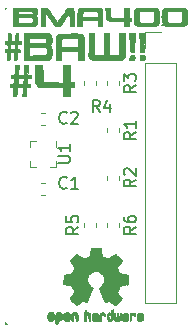
<source format=gbr>
G04 #@! TF.GenerationSoftware,KiCad,Pcbnew,(5.0.0)*
G04 #@! TF.CreationDate,2018-08-29T17:32:18+01:00*
G04 #@! TF.ProjectId,Week5LetsTryANewIC,5765656B354C657473547279414E6577,rev?*
G04 #@! TF.SameCoordinates,Original*
G04 #@! TF.FileFunction,Legend,Top*
G04 #@! TF.FilePolarity,Positive*
%FSLAX46Y46*%
G04 Gerber Fmt 4.6, Leading zero omitted, Abs format (unit mm)*
G04 Created by KiCad (PCBNEW (5.0.0)) date 08/29/18 17:32:18*
%MOMM*%
%LPD*%
G01*
G04 APERTURE LIST*
%ADD10C,0.120000*%
%ADD11C,0.010000*%
%ADD12C,0.150000*%
G04 APERTURE END LIST*
D10*
G04 #@! TO.C,C1*
X157837221Y-78490000D02*
X158162779Y-78490000D01*
X157837221Y-79510000D02*
X158162779Y-79510000D01*
G04 #@! TO.C,C2*
X157837221Y-73510000D02*
X158162779Y-73510000D01*
X157837221Y-72490000D02*
X158162779Y-72490000D01*
G04 #@! TO.C,U1*
X159100000Y-76600000D02*
X159100000Y-77100000D01*
X159100000Y-77100000D02*
X158600000Y-77100000D01*
X158600000Y-77100000D02*
X158600000Y-77100000D01*
X157400000Y-77100000D02*
X156900000Y-77100000D01*
X156900000Y-77100000D02*
X156900000Y-76600000D01*
X156900000Y-76600000D02*
X156900000Y-76600000D01*
X156900000Y-75400000D02*
X156900000Y-74900000D01*
X156900000Y-74900000D02*
X157400000Y-74900000D01*
X157400000Y-74900000D02*
X157400000Y-74900000D01*
X159100000Y-75400000D02*
X159100000Y-74900000D01*
X159100000Y-74900000D02*
X159100000Y-74900000D01*
G04 #@! TO.C,J1*
X166670000Y-88650000D02*
X169330000Y-88650000D01*
X166670000Y-68270000D02*
X166670000Y-88650000D01*
X169330000Y-68270000D02*
X169330000Y-88650000D01*
X166670000Y-68270000D02*
X169330000Y-68270000D01*
X166670000Y-67000000D02*
X166670000Y-65670000D01*
X166670000Y-65670000D02*
X168000000Y-65670000D01*
G04 #@! TO.C,R1*
X164510000Y-73837221D02*
X164510000Y-74162779D01*
X163490000Y-73837221D02*
X163490000Y-74162779D01*
G04 #@! TO.C,R2*
X163490000Y-77837221D02*
X163490000Y-78162779D01*
X164510000Y-77837221D02*
X164510000Y-78162779D01*
G04 #@! TO.C,R3*
X164510000Y-69837221D02*
X164510000Y-70162779D01*
X163490000Y-69837221D02*
X163490000Y-70162779D01*
G04 #@! TO.C,R4*
X162510000Y-70162779D02*
X162510000Y-69837221D01*
X161490000Y-70162779D02*
X161490000Y-69837221D01*
G04 #@! TO.C,R5*
X162510000Y-82162779D02*
X162510000Y-81837221D01*
X161490000Y-82162779D02*
X161490000Y-81837221D01*
G04 #@! TO.C,R6*
X164510000Y-81837221D02*
X164510000Y-82162779D01*
X163490000Y-81837221D02*
X163490000Y-82162779D01*
D11*
G04 #@! TO.C,G\002A\002A\002A*
G36*
X154865099Y-63612476D02*
X154853122Y-63655657D01*
X154848250Y-63665000D01*
X154815911Y-63714870D01*
X154799507Y-63728500D01*
X154787498Y-63701791D01*
X154784750Y-63665000D01*
X154805115Y-63612863D01*
X154833492Y-63601500D01*
X154865099Y-63612476D01*
X154865099Y-63612476D01*
G37*
X154865099Y-63612476D02*
X154853122Y-63655657D01*
X154848250Y-63665000D01*
X154815911Y-63714870D01*
X154799507Y-63728500D01*
X154787498Y-63701791D01*
X154784750Y-63665000D01*
X154805115Y-63612863D01*
X154833492Y-63601500D01*
X154865099Y-63612476D01*
G36*
X169701954Y-63606824D02*
X169837277Y-63610291D01*
X169925553Y-63615277D01*
X169955736Y-63620103D01*
X170011863Y-63641686D01*
X170030143Y-63646382D01*
X170066640Y-63667204D01*
X170125842Y-63713854D01*
X170128981Y-63716570D01*
X170156180Y-63741959D01*
X170176202Y-63770236D01*
X170190221Y-63810888D01*
X170199411Y-63873404D01*
X170204943Y-63967272D01*
X170207991Y-64101982D01*
X170209727Y-64287021D01*
X170210300Y-64374395D01*
X170211362Y-64581712D01*
X170210841Y-64735239D01*
X170207696Y-64844685D01*
X170200888Y-64919759D01*
X170189378Y-64970168D01*
X170172126Y-65005621D01*
X170148091Y-65035827D01*
X170138328Y-65046477D01*
X170055684Y-65112752D01*
X169965351Y-65156073D01*
X169904977Y-65164196D01*
X169793216Y-65170887D01*
X169641809Y-65176105D01*
X169462495Y-65179806D01*
X169267015Y-65181951D01*
X169067110Y-65182494D01*
X168874518Y-65181396D01*
X168700981Y-65178613D01*
X168558238Y-65174103D01*
X168458029Y-65167824D01*
X168416844Y-65161641D01*
X168336653Y-65125036D01*
X168256676Y-65069335D01*
X168193647Y-65008928D01*
X168164299Y-64958207D01*
X168165161Y-64945193D01*
X168166946Y-64907683D01*
X168158441Y-64903177D01*
X168153055Y-64873480D01*
X168148480Y-64792702D01*
X168144827Y-64673258D01*
X168142208Y-64527564D01*
X168140735Y-64368035D01*
X168140607Y-64271491D01*
X168532786Y-64271491D01*
X168534500Y-64403822D01*
X168536779Y-64570585D01*
X168540638Y-64685288D01*
X168548320Y-64759365D01*
X168562068Y-64804253D01*
X168584124Y-64831388D01*
X168616731Y-64852204D01*
X168623119Y-64855736D01*
X168689386Y-64874667D01*
X168801845Y-64888816D01*
X168947100Y-64898214D01*
X169111758Y-64902896D01*
X169282424Y-64902893D01*
X169445704Y-64898238D01*
X169588204Y-64888964D01*
X169696530Y-64875105D01*
X169757288Y-64856691D01*
X169762084Y-64852951D01*
X169779178Y-64804367D01*
X169792900Y-64702865D01*
X169802763Y-64558958D01*
X169808281Y-64383164D01*
X169808969Y-64185997D01*
X169804342Y-63977973D01*
X169803524Y-63955831D01*
X169770895Y-63917121D01*
X169678146Y-63887982D01*
X169527984Y-63868777D01*
X169323118Y-63859866D01*
X169093406Y-63860965D01*
X168891620Y-63865434D01*
X168744651Y-63874120D01*
X168643949Y-63895329D01*
X168580962Y-63937364D01*
X168547140Y-64008533D01*
X168533932Y-64117140D01*
X168532786Y-64271491D01*
X168140607Y-64271491D01*
X168140521Y-64207086D01*
X168141678Y-64057133D01*
X168144318Y-63930590D01*
X168148554Y-63839874D01*
X168148800Y-63836625D01*
X168169798Y-63791586D01*
X168218224Y-63724574D01*
X168230724Y-63709625D01*
X168309949Y-63617375D01*
X169106274Y-63606970D01*
X169327196Y-63605020D01*
X169528842Y-63605019D01*
X169701954Y-63606824D01*
X169701954Y-63606824D01*
G37*
X169701954Y-63606824D02*
X169837277Y-63610291D01*
X169925553Y-63615277D01*
X169955736Y-63620103D01*
X170011863Y-63641686D01*
X170030143Y-63646382D01*
X170066640Y-63667204D01*
X170125842Y-63713854D01*
X170128981Y-63716570D01*
X170156180Y-63741959D01*
X170176202Y-63770236D01*
X170190221Y-63810888D01*
X170199411Y-63873404D01*
X170204943Y-63967272D01*
X170207991Y-64101982D01*
X170209727Y-64287021D01*
X170210300Y-64374395D01*
X170211362Y-64581712D01*
X170210841Y-64735239D01*
X170207696Y-64844685D01*
X170200888Y-64919759D01*
X170189378Y-64970168D01*
X170172126Y-65005621D01*
X170148091Y-65035827D01*
X170138328Y-65046477D01*
X170055684Y-65112752D01*
X169965351Y-65156073D01*
X169904977Y-65164196D01*
X169793216Y-65170887D01*
X169641809Y-65176105D01*
X169462495Y-65179806D01*
X169267015Y-65181951D01*
X169067110Y-65182494D01*
X168874518Y-65181396D01*
X168700981Y-65178613D01*
X168558238Y-65174103D01*
X168458029Y-65167824D01*
X168416844Y-65161641D01*
X168336653Y-65125036D01*
X168256676Y-65069335D01*
X168193647Y-65008928D01*
X168164299Y-64958207D01*
X168165161Y-64945193D01*
X168166946Y-64907683D01*
X168158441Y-64903177D01*
X168153055Y-64873480D01*
X168148480Y-64792702D01*
X168144827Y-64673258D01*
X168142208Y-64527564D01*
X168140735Y-64368035D01*
X168140607Y-64271491D01*
X168532786Y-64271491D01*
X168534500Y-64403822D01*
X168536779Y-64570585D01*
X168540638Y-64685288D01*
X168548320Y-64759365D01*
X168562068Y-64804253D01*
X168584124Y-64831388D01*
X168616731Y-64852204D01*
X168623119Y-64855736D01*
X168689386Y-64874667D01*
X168801845Y-64888816D01*
X168947100Y-64898214D01*
X169111758Y-64902896D01*
X169282424Y-64902893D01*
X169445704Y-64898238D01*
X169588204Y-64888964D01*
X169696530Y-64875105D01*
X169757288Y-64856691D01*
X169762084Y-64852951D01*
X169779178Y-64804367D01*
X169792900Y-64702865D01*
X169802763Y-64558958D01*
X169808281Y-64383164D01*
X169808969Y-64185997D01*
X169804342Y-63977973D01*
X169803524Y-63955831D01*
X169770895Y-63917121D01*
X169678146Y-63887982D01*
X169527984Y-63868777D01*
X169323118Y-63859866D01*
X169093406Y-63860965D01*
X168891620Y-63865434D01*
X168744651Y-63874120D01*
X168643949Y-63895329D01*
X168580962Y-63937364D01*
X168547140Y-64008533D01*
X168533932Y-64117140D01*
X168532786Y-64271491D01*
X168140607Y-64271491D01*
X168140521Y-64207086D01*
X168141678Y-64057133D01*
X168144318Y-63930590D01*
X168148554Y-63839874D01*
X168148800Y-63836625D01*
X168169798Y-63791586D01*
X168218224Y-63724574D01*
X168230724Y-63709625D01*
X168309949Y-63617375D01*
X169106274Y-63606970D01*
X169327196Y-63605020D01*
X169528842Y-63605019D01*
X169701954Y-63606824D01*
G36*
X167373581Y-63609951D02*
X167484516Y-63614380D01*
X167560887Y-63621550D01*
X167609922Y-63631786D01*
X167638852Y-63645414D01*
X167644035Y-63649609D01*
X167693062Y-63678779D01*
X167717097Y-63676069D01*
X167741053Y-63688065D01*
X167774437Y-63743871D01*
X167783057Y-63763312D01*
X167801871Y-63830830D01*
X167815427Y-63934896D01*
X167824266Y-64083069D01*
X167828927Y-64282906D01*
X167829909Y-64418710D01*
X167830203Y-64617549D01*
X167828860Y-64763079D01*
X167824690Y-64865489D01*
X167816502Y-64934969D01*
X167803106Y-64981707D01*
X167783312Y-65015894D01*
X167756489Y-65047113D01*
X167672425Y-65113727D01*
X167580565Y-65157087D01*
X167519391Y-65165664D01*
X167405721Y-65173198D01*
X167250554Y-65179290D01*
X167064893Y-65183543D01*
X166859736Y-65185558D01*
X166791698Y-65185665D01*
X166553046Y-65184752D01*
X166369099Y-65181898D01*
X166231076Y-65176541D01*
X166130198Y-65168119D01*
X166057684Y-65156073D01*
X166004754Y-65139840D01*
X165992500Y-65134583D01*
X165915311Y-65102919D01*
X165864139Y-65088436D01*
X165858510Y-65088474D01*
X165827699Y-65067763D01*
X165795471Y-65021996D01*
X165779003Y-64966881D01*
X165767033Y-64864994D01*
X165759264Y-64711593D01*
X165756588Y-64566417D01*
X166151146Y-64566417D01*
X166156143Y-64694352D01*
X166174198Y-64785524D01*
X166213273Y-64845896D01*
X166281327Y-64881433D01*
X166386319Y-64898098D01*
X166536209Y-64901855D01*
X166738957Y-64898669D01*
X166820332Y-64897083D01*
X167025579Y-64892147D01*
X167175981Y-64885454D01*
X167280184Y-64876135D01*
X167346838Y-64863323D01*
X167384591Y-64846151D01*
X167391832Y-64839750D01*
X167409891Y-64789664D01*
X167423826Y-64691864D01*
X167433411Y-64561803D01*
X167438418Y-64414934D01*
X167438620Y-64266711D01*
X167433789Y-64132586D01*
X167423698Y-64028014D01*
X167408121Y-63968448D01*
X167404719Y-63963701D01*
X167356392Y-63922216D01*
X167294073Y-63892563D01*
X167207149Y-63872911D01*
X167085006Y-63861433D01*
X166917030Y-63856300D01*
X166776744Y-63855500D01*
X166594324Y-63856267D01*
X166463834Y-63859507D01*
X166373711Y-63866623D01*
X166312393Y-63879019D01*
X166268318Y-63898099D01*
X166234906Y-63921304D01*
X166200637Y-63950367D01*
X166177296Y-63981879D01*
X166162784Y-64027738D01*
X166155005Y-64099842D01*
X166151860Y-64210088D01*
X166151252Y-64370375D01*
X166151250Y-64395754D01*
X166151146Y-64566417D01*
X165756588Y-64566417D01*
X165755399Y-64501937D01*
X165754836Y-64372259D01*
X165754375Y-63793643D01*
X165930389Y-63617375D01*
X166761090Y-63609852D01*
X167019098Y-63608013D01*
X167220852Y-63607937D01*
X167373581Y-63609951D01*
X167373581Y-63609951D01*
G37*
X167373581Y-63609951D02*
X167484516Y-63614380D01*
X167560887Y-63621550D01*
X167609922Y-63631786D01*
X167638852Y-63645414D01*
X167644035Y-63649609D01*
X167693062Y-63678779D01*
X167717097Y-63676069D01*
X167741053Y-63688065D01*
X167774437Y-63743871D01*
X167783057Y-63763312D01*
X167801871Y-63830830D01*
X167815427Y-63934896D01*
X167824266Y-64083069D01*
X167828927Y-64282906D01*
X167829909Y-64418710D01*
X167830203Y-64617549D01*
X167828860Y-64763079D01*
X167824690Y-64865489D01*
X167816502Y-64934969D01*
X167803106Y-64981707D01*
X167783312Y-65015894D01*
X167756489Y-65047113D01*
X167672425Y-65113727D01*
X167580565Y-65157087D01*
X167519391Y-65165664D01*
X167405721Y-65173198D01*
X167250554Y-65179290D01*
X167064893Y-65183543D01*
X166859736Y-65185558D01*
X166791698Y-65185665D01*
X166553046Y-65184752D01*
X166369099Y-65181898D01*
X166231076Y-65176541D01*
X166130198Y-65168119D01*
X166057684Y-65156073D01*
X166004754Y-65139840D01*
X165992500Y-65134583D01*
X165915311Y-65102919D01*
X165864139Y-65088436D01*
X165858510Y-65088474D01*
X165827699Y-65067763D01*
X165795471Y-65021996D01*
X165779003Y-64966881D01*
X165767033Y-64864994D01*
X165759264Y-64711593D01*
X165756588Y-64566417D01*
X166151146Y-64566417D01*
X166156143Y-64694352D01*
X166174198Y-64785524D01*
X166213273Y-64845896D01*
X166281327Y-64881433D01*
X166386319Y-64898098D01*
X166536209Y-64901855D01*
X166738957Y-64898669D01*
X166820332Y-64897083D01*
X167025579Y-64892147D01*
X167175981Y-64885454D01*
X167280184Y-64876135D01*
X167346838Y-64863323D01*
X167384591Y-64846151D01*
X167391832Y-64839750D01*
X167409891Y-64789664D01*
X167423826Y-64691864D01*
X167433411Y-64561803D01*
X167438418Y-64414934D01*
X167438620Y-64266711D01*
X167433789Y-64132586D01*
X167423698Y-64028014D01*
X167408121Y-63968448D01*
X167404719Y-63963701D01*
X167356392Y-63922216D01*
X167294073Y-63892563D01*
X167207149Y-63872911D01*
X167085006Y-63861433D01*
X166917030Y-63856300D01*
X166776744Y-63855500D01*
X166594324Y-63856267D01*
X166463834Y-63859507D01*
X166373711Y-63866623D01*
X166312393Y-63879019D01*
X166268318Y-63898099D01*
X166234906Y-63921304D01*
X166200637Y-63950367D01*
X166177296Y-63981879D01*
X166162784Y-64027738D01*
X166155005Y-64099842D01*
X166151860Y-64210088D01*
X166151252Y-64370375D01*
X166151250Y-64395754D01*
X166151146Y-64566417D01*
X165756588Y-64566417D01*
X165755399Y-64501937D01*
X165754836Y-64372259D01*
X165754375Y-63793643D01*
X165930389Y-63617375D01*
X166761090Y-63609852D01*
X167019098Y-63608013D01*
X167220852Y-63607937D01*
X167373581Y-63609951D01*
G36*
X163706500Y-63950750D02*
X163706389Y-64113689D01*
X163707004Y-64224845D01*
X163709764Y-64295930D01*
X163716087Y-64338656D01*
X163727391Y-64364735D01*
X163745097Y-64385881D01*
X163761308Y-64403187D01*
X163786346Y-64423582D01*
X163825246Y-64438353D01*
X163887486Y-64448375D01*
X163982544Y-64454526D01*
X164119899Y-64457682D01*
X164309028Y-64458719D01*
X164362295Y-64458750D01*
X164913000Y-64458750D01*
X164913000Y-63601500D01*
X165294000Y-63601500D01*
X165294000Y-64458750D01*
X165389250Y-64458750D01*
X165447820Y-64462891D01*
X165475561Y-64486805D01*
X165483961Y-64547723D01*
X165484500Y-64601625D01*
X165481697Y-64689495D01*
X165465753Y-64731114D01*
X165425360Y-64743706D01*
X165390700Y-64744500D01*
X165340948Y-64746879D01*
X165312174Y-64763412D01*
X165297595Y-64808189D01*
X165290425Y-64895302D01*
X165287513Y-64958812D01*
X165278125Y-65173125D01*
X165095562Y-65182646D01*
X164913000Y-65192168D01*
X164913000Y-64744500D01*
X164276980Y-64744500D01*
X164007860Y-64743689D01*
X163795468Y-64737999D01*
X163633031Y-64722542D01*
X163513775Y-64692431D01*
X163430929Y-64642779D01*
X163377719Y-64568699D01*
X163347373Y-64465303D01*
X163333118Y-64327704D01*
X163328182Y-64151015D01*
X163327213Y-64059139D01*
X163322861Y-63601500D01*
X163706500Y-63601500D01*
X163706500Y-63950750D01*
X163706500Y-63950750D01*
G37*
X163706500Y-63950750D02*
X163706389Y-64113689D01*
X163707004Y-64224845D01*
X163709764Y-64295930D01*
X163716087Y-64338656D01*
X163727391Y-64364735D01*
X163745097Y-64385881D01*
X163761308Y-64403187D01*
X163786346Y-64423582D01*
X163825246Y-64438353D01*
X163887486Y-64448375D01*
X163982544Y-64454526D01*
X164119899Y-64457682D01*
X164309028Y-64458719D01*
X164362295Y-64458750D01*
X164913000Y-64458750D01*
X164913000Y-63601500D01*
X165294000Y-63601500D01*
X165294000Y-64458750D01*
X165389250Y-64458750D01*
X165447820Y-64462891D01*
X165475561Y-64486805D01*
X165483961Y-64547723D01*
X165484500Y-64601625D01*
X165481697Y-64689495D01*
X165465753Y-64731114D01*
X165425360Y-64743706D01*
X165390700Y-64744500D01*
X165340948Y-64746879D01*
X165312174Y-64763412D01*
X165297595Y-64808189D01*
X165290425Y-64895302D01*
X165287513Y-64958812D01*
X165278125Y-65173125D01*
X165095562Y-65182646D01*
X164913000Y-65192168D01*
X164913000Y-64744500D01*
X164276980Y-64744500D01*
X164007860Y-64743689D01*
X163795468Y-64737999D01*
X163633031Y-64722542D01*
X163513775Y-64692431D01*
X163430929Y-64642779D01*
X163377719Y-64568699D01*
X163347373Y-64465303D01*
X163333118Y-64327704D01*
X163328182Y-64151015D01*
X163327213Y-64059139D01*
X163322861Y-63601500D01*
X163706500Y-63601500D01*
X163706500Y-63950750D01*
G36*
X162284743Y-63604856D02*
X162502793Y-63608262D01*
X162674187Y-63613765D01*
X162794020Y-63621184D01*
X162857390Y-63630337D01*
X162866069Y-63634778D01*
X162901433Y-63653769D01*
X162910700Y-63650391D01*
X162947690Y-63659665D01*
X162995819Y-63700772D01*
X163015412Y-63726933D01*
X163030216Y-63762061D01*
X163040893Y-63814674D01*
X163048104Y-63893293D01*
X163052513Y-64006438D01*
X163054782Y-64162629D01*
X163055573Y-64370384D01*
X163055625Y-64469961D01*
X163055625Y-65173125D01*
X162857187Y-65182577D01*
X162658750Y-65192030D01*
X162658750Y-64651749D01*
X161356936Y-64633375D01*
X161356968Y-64911187D01*
X161357000Y-65189000D01*
X160942105Y-65189000D01*
X160945545Y-64538535D01*
X160946898Y-64427000D01*
X161352739Y-64427000D01*
X162658750Y-64427000D01*
X162658750Y-64195931D01*
X162657271Y-64080420D01*
X162647491Y-63994060D01*
X162621397Y-63932813D01*
X162570974Y-63892641D01*
X162488207Y-63869504D01*
X162365083Y-63859366D01*
X162193587Y-63858186D01*
X161994820Y-63861380D01*
X161788416Y-63866397D01*
X161636823Y-63873121D01*
X161531354Y-63882422D01*
X161463325Y-63895170D01*
X161424052Y-63912233D01*
X161415534Y-63919345D01*
X161383242Y-63988034D01*
X161364428Y-64116696D01*
X161360194Y-64197157D01*
X161352739Y-64427000D01*
X160946898Y-64427000D01*
X160948030Y-64333826D01*
X160952911Y-64155838D01*
X160959748Y-64013457D01*
X160968097Y-63915567D01*
X160977515Y-63871053D01*
X160978885Y-63869591D01*
X160995570Y-63832835D01*
X160991875Y-63823749D01*
X160997279Y-63785038D01*
X161007750Y-63776124D01*
X161027589Y-63739645D01*
X161023809Y-63728798D01*
X161037531Y-63698469D01*
X161092982Y-63659158D01*
X161105105Y-63652833D01*
X161146225Y-63637382D01*
X161205198Y-63625424D01*
X161289677Y-63616551D01*
X161407315Y-63610352D01*
X161565767Y-63606421D01*
X161772685Y-63604348D01*
X162024939Y-63603727D01*
X162284743Y-63604856D01*
X162284743Y-63604856D01*
G37*
X162284743Y-63604856D02*
X162502793Y-63608262D01*
X162674187Y-63613765D01*
X162794020Y-63621184D01*
X162857390Y-63630337D01*
X162866069Y-63634778D01*
X162901433Y-63653769D01*
X162910700Y-63650391D01*
X162947690Y-63659665D01*
X162995819Y-63700772D01*
X163015412Y-63726933D01*
X163030216Y-63762061D01*
X163040893Y-63814674D01*
X163048104Y-63893293D01*
X163052513Y-64006438D01*
X163054782Y-64162629D01*
X163055573Y-64370384D01*
X163055625Y-64469961D01*
X163055625Y-65173125D01*
X162857187Y-65182577D01*
X162658750Y-65192030D01*
X162658750Y-64651749D01*
X161356936Y-64633375D01*
X161356968Y-64911187D01*
X161357000Y-65189000D01*
X160942105Y-65189000D01*
X160945545Y-64538535D01*
X160946898Y-64427000D01*
X161352739Y-64427000D01*
X162658750Y-64427000D01*
X162658750Y-64195931D01*
X162657271Y-64080420D01*
X162647491Y-63994060D01*
X162621397Y-63932813D01*
X162570974Y-63892641D01*
X162488207Y-63869504D01*
X162365083Y-63859366D01*
X162193587Y-63858186D01*
X161994820Y-63861380D01*
X161788416Y-63866397D01*
X161636823Y-63873121D01*
X161531354Y-63882422D01*
X161463325Y-63895170D01*
X161424052Y-63912233D01*
X161415534Y-63919345D01*
X161383242Y-63988034D01*
X161364428Y-64116696D01*
X161360194Y-64197157D01*
X161352739Y-64427000D01*
X160946898Y-64427000D01*
X160948030Y-64333826D01*
X160952911Y-64155838D01*
X160959748Y-64013457D01*
X160968097Y-63915567D01*
X160977515Y-63871053D01*
X160978885Y-63869591D01*
X160995570Y-63832835D01*
X160991875Y-63823749D01*
X160997279Y-63785038D01*
X161007750Y-63776124D01*
X161027589Y-63739645D01*
X161023809Y-63728798D01*
X161037531Y-63698469D01*
X161092982Y-63659158D01*
X161105105Y-63652833D01*
X161146225Y-63637382D01*
X161205198Y-63625424D01*
X161289677Y-63616551D01*
X161407315Y-63610352D01*
X161565767Y-63606421D01*
X161772685Y-63604348D01*
X162024939Y-63603727D01*
X162284743Y-63604856D01*
G36*
X158265608Y-63605172D02*
X158335784Y-63621973D01*
X158390587Y-63660575D01*
X158427817Y-63699768D01*
X158479764Y-63764583D01*
X158504613Y-63808787D01*
X158504592Y-63815976D01*
X158518565Y-63843884D01*
X158544280Y-63862161D01*
X158587317Y-63899922D01*
X158594750Y-63918941D01*
X158614546Y-63959075D01*
X158663297Y-64021161D01*
X158674440Y-64033465D01*
X158722792Y-64092402D01*
X158741697Y-64129536D01*
X158740548Y-64133034D01*
X158749460Y-64165965D01*
X158796933Y-64231855D01*
X158872562Y-64317150D01*
X158906766Y-64367571D01*
X158912250Y-64388061D01*
X158933593Y-64428651D01*
X158979040Y-64477603D01*
X159034514Y-64541261D01*
X159098913Y-64633652D01*
X159127566Y-64680961D01*
X159175236Y-64763805D01*
X159208416Y-64820523D01*
X159217144Y-64834722D01*
X159246725Y-64831952D01*
X159292932Y-64805484D01*
X159325392Y-64774321D01*
X159327844Y-64765458D01*
X159325945Y-64702812D01*
X159340461Y-64686932D01*
X159345291Y-64690708D01*
X159369949Y-64677979D01*
X159408354Y-64622146D01*
X159425828Y-64589231D01*
X159484362Y-64489930D01*
X159562086Y-64380812D01*
X159596037Y-64338997D01*
X159657611Y-64263821D01*
X159697516Y-64208884D01*
X159706000Y-64191765D01*
X159725030Y-64156686D01*
X159761562Y-64111775D01*
X159838269Y-64023961D01*
X159875685Y-63971450D01*
X159880032Y-63945265D01*
X159878401Y-63943234D01*
X159887694Y-63913121D01*
X159929361Y-63858541D01*
X159935872Y-63851377D01*
X159945667Y-63839625D01*
X159960000Y-63839625D01*
X159975875Y-63855500D01*
X159991750Y-63839625D01*
X159975875Y-63823750D01*
X159960000Y-63839625D01*
X159945667Y-63839625D01*
X160008192Y-63764608D01*
X160065333Y-63685492D01*
X160102295Y-63636804D01*
X160144742Y-63611193D01*
X160212184Y-63602401D01*
X160319333Y-63604003D01*
X160411793Y-63606407D01*
X160483333Y-63611256D01*
X160536655Y-63625824D01*
X160574459Y-63657385D01*
X160599449Y-63713214D01*
X160614326Y-63800585D01*
X160621791Y-63926773D01*
X160624546Y-64099053D01*
X160625293Y-64324698D01*
X160625624Y-64428688D01*
X160628689Y-65192385D01*
X160293375Y-65173125D01*
X160284690Y-64606115D01*
X160276006Y-64039105D01*
X160182010Y-64145740D01*
X160125017Y-64215226D01*
X160091343Y-64265604D01*
X160087507Y-64276476D01*
X160067080Y-64312374D01*
X160016434Y-64373668D01*
X159992913Y-64399030D01*
X159936639Y-64463661D01*
X159906906Y-64509214D01*
X159905407Y-64517803D01*
X159892410Y-64556430D01*
X159850061Y-64625584D01*
X159790271Y-64707526D01*
X159729812Y-64779274D01*
X159687676Y-64834624D01*
X159674250Y-64866863D01*
X159654279Y-64905345D01*
X159604630Y-64967388D01*
X159587671Y-64985926D01*
X159532232Y-65051649D01*
X159502119Y-65100640D01*
X159500358Y-65108193D01*
X159469973Y-65140812D01*
X159389171Y-65166855D01*
X159270959Y-65182850D01*
X159209454Y-65185835D01*
X159087558Y-65168790D01*
X158992229Y-65117717D01*
X158940103Y-65042076D01*
X158937411Y-65031148D01*
X158913859Y-64982625D01*
X159547250Y-64982625D01*
X159563125Y-64998500D01*
X159579000Y-64982625D01*
X159563125Y-64966750D01*
X159547250Y-64982625D01*
X158913859Y-64982625D01*
X158910774Y-64976271D01*
X158859010Y-64907447D01*
X158856076Y-64904148D01*
X158755882Y-64786492D01*
X158672338Y-64677051D01*
X158612968Y-64586769D01*
X158585297Y-64526593D01*
X158585837Y-64510983D01*
X158584406Y-64494914D01*
X158572690Y-64500385D01*
X158537632Y-64489899D01*
X158497261Y-64437272D01*
X158496347Y-64435552D01*
X158440761Y-64348560D01*
X158380437Y-64273250D01*
X158331031Y-64208401D01*
X158309068Y-64157693D01*
X158309000Y-64155885D01*
X158283479Y-64111052D01*
X158261375Y-64098018D01*
X158244047Y-64098565D01*
X158231427Y-64120838D01*
X158222802Y-64172859D01*
X158217459Y-64262647D01*
X158214686Y-64398223D01*
X158213772Y-64587608D01*
X158213750Y-64634371D01*
X158213750Y-65189000D01*
X158038128Y-65189000D01*
X157919549Y-65181932D01*
X157856958Y-65159801D01*
X157845378Y-65144363D01*
X157840831Y-65100698D01*
X157837656Y-65003348D01*
X157835941Y-64862115D01*
X157835780Y-64686802D01*
X157837261Y-64487211D01*
X157838437Y-64395631D01*
X157842135Y-64151069D01*
X157845399Y-64030125D01*
X158213750Y-64030125D01*
X158229625Y-64046000D01*
X158245500Y-64030125D01*
X158626500Y-64030125D01*
X158642375Y-64046000D01*
X158658250Y-64030125D01*
X158642375Y-64014250D01*
X158626500Y-64030125D01*
X158245500Y-64030125D01*
X158229625Y-64014250D01*
X158213750Y-64030125D01*
X157845399Y-64030125D01*
X157847220Y-63962669D01*
X157856621Y-63823110D01*
X157873266Y-63725071D01*
X157900082Y-63661234D01*
X157939996Y-63624277D01*
X157995938Y-63606880D01*
X158070835Y-63601724D01*
X158156073Y-63601500D01*
X158265608Y-63605172D01*
X158265608Y-63605172D01*
G37*
X158265608Y-63605172D02*
X158335784Y-63621973D01*
X158390587Y-63660575D01*
X158427817Y-63699768D01*
X158479764Y-63764583D01*
X158504613Y-63808787D01*
X158504592Y-63815976D01*
X158518565Y-63843884D01*
X158544280Y-63862161D01*
X158587317Y-63899922D01*
X158594750Y-63918941D01*
X158614546Y-63959075D01*
X158663297Y-64021161D01*
X158674440Y-64033465D01*
X158722792Y-64092402D01*
X158741697Y-64129536D01*
X158740548Y-64133034D01*
X158749460Y-64165965D01*
X158796933Y-64231855D01*
X158872562Y-64317150D01*
X158906766Y-64367571D01*
X158912250Y-64388061D01*
X158933593Y-64428651D01*
X158979040Y-64477603D01*
X159034514Y-64541261D01*
X159098913Y-64633652D01*
X159127566Y-64680961D01*
X159175236Y-64763805D01*
X159208416Y-64820523D01*
X159217144Y-64834722D01*
X159246725Y-64831952D01*
X159292932Y-64805484D01*
X159325392Y-64774321D01*
X159327844Y-64765458D01*
X159325945Y-64702812D01*
X159340461Y-64686932D01*
X159345291Y-64690708D01*
X159369949Y-64677979D01*
X159408354Y-64622146D01*
X159425828Y-64589231D01*
X159484362Y-64489930D01*
X159562086Y-64380812D01*
X159596037Y-64338997D01*
X159657611Y-64263821D01*
X159697516Y-64208884D01*
X159706000Y-64191765D01*
X159725030Y-64156686D01*
X159761562Y-64111775D01*
X159838269Y-64023961D01*
X159875685Y-63971450D01*
X159880032Y-63945265D01*
X159878401Y-63943234D01*
X159887694Y-63913121D01*
X159929361Y-63858541D01*
X159935872Y-63851377D01*
X159945667Y-63839625D01*
X159960000Y-63839625D01*
X159975875Y-63855500D01*
X159991750Y-63839625D01*
X159975875Y-63823750D01*
X159960000Y-63839625D01*
X159945667Y-63839625D01*
X160008192Y-63764608D01*
X160065333Y-63685492D01*
X160102295Y-63636804D01*
X160144742Y-63611193D01*
X160212184Y-63602401D01*
X160319333Y-63604003D01*
X160411793Y-63606407D01*
X160483333Y-63611256D01*
X160536655Y-63625824D01*
X160574459Y-63657385D01*
X160599449Y-63713214D01*
X160614326Y-63800585D01*
X160621791Y-63926773D01*
X160624546Y-64099053D01*
X160625293Y-64324698D01*
X160625624Y-64428688D01*
X160628689Y-65192385D01*
X160293375Y-65173125D01*
X160284690Y-64606115D01*
X160276006Y-64039105D01*
X160182010Y-64145740D01*
X160125017Y-64215226D01*
X160091343Y-64265604D01*
X160087507Y-64276476D01*
X160067080Y-64312374D01*
X160016434Y-64373668D01*
X159992913Y-64399030D01*
X159936639Y-64463661D01*
X159906906Y-64509214D01*
X159905407Y-64517803D01*
X159892410Y-64556430D01*
X159850061Y-64625584D01*
X159790271Y-64707526D01*
X159729812Y-64779274D01*
X159687676Y-64834624D01*
X159674250Y-64866863D01*
X159654279Y-64905345D01*
X159604630Y-64967388D01*
X159587671Y-64985926D01*
X159532232Y-65051649D01*
X159502119Y-65100640D01*
X159500358Y-65108193D01*
X159469973Y-65140812D01*
X159389171Y-65166855D01*
X159270959Y-65182850D01*
X159209454Y-65185835D01*
X159087558Y-65168790D01*
X158992229Y-65117717D01*
X158940103Y-65042076D01*
X158937411Y-65031148D01*
X158913859Y-64982625D01*
X159547250Y-64982625D01*
X159563125Y-64998500D01*
X159579000Y-64982625D01*
X159563125Y-64966750D01*
X159547250Y-64982625D01*
X158913859Y-64982625D01*
X158910774Y-64976271D01*
X158859010Y-64907447D01*
X158856076Y-64904148D01*
X158755882Y-64786492D01*
X158672338Y-64677051D01*
X158612968Y-64586769D01*
X158585297Y-64526593D01*
X158585837Y-64510983D01*
X158584406Y-64494914D01*
X158572690Y-64500385D01*
X158537632Y-64489899D01*
X158497261Y-64437272D01*
X158496347Y-64435552D01*
X158440761Y-64348560D01*
X158380437Y-64273250D01*
X158331031Y-64208401D01*
X158309068Y-64157693D01*
X158309000Y-64155885D01*
X158283479Y-64111052D01*
X158261375Y-64098018D01*
X158244047Y-64098565D01*
X158231427Y-64120838D01*
X158222802Y-64172859D01*
X158217459Y-64262647D01*
X158214686Y-64398223D01*
X158213772Y-64587608D01*
X158213750Y-64634371D01*
X158213750Y-65189000D01*
X158038128Y-65189000D01*
X157919549Y-65181932D01*
X157856958Y-65159801D01*
X157845378Y-65144363D01*
X157840831Y-65100698D01*
X157837656Y-65003348D01*
X157835941Y-64862115D01*
X157835780Y-64686802D01*
X157837261Y-64487211D01*
X157838437Y-64395631D01*
X157842135Y-64151069D01*
X157845399Y-64030125D01*
X158213750Y-64030125D01*
X158229625Y-64046000D01*
X158245500Y-64030125D01*
X158626500Y-64030125D01*
X158642375Y-64046000D01*
X158658250Y-64030125D01*
X158642375Y-64014250D01*
X158626500Y-64030125D01*
X158245500Y-64030125D01*
X158229625Y-64014250D01*
X158213750Y-64030125D01*
X157845399Y-64030125D01*
X157847220Y-63962669D01*
X157856621Y-63823110D01*
X157873266Y-63725071D01*
X157900082Y-63661234D01*
X157939996Y-63624277D01*
X157995938Y-63606880D01*
X158070835Y-63601724D01*
X158156073Y-63601500D01*
X158265608Y-63605172D01*
G36*
X156690081Y-63601922D02*
X156907345Y-63603404D01*
X157074446Y-63606272D01*
X157198049Y-63610848D01*
X157284820Y-63617457D01*
X157341426Y-63626424D01*
X157374532Y-63638072D01*
X157387959Y-63648775D01*
X157432678Y-63680197D01*
X157455347Y-63678651D01*
X157479529Y-63687938D01*
X157483500Y-63710751D01*
X157498979Y-63754208D01*
X157513115Y-63760250D01*
X157525873Y-63788688D01*
X157532275Y-63861430D01*
X157532493Y-63959615D01*
X157526699Y-64064383D01*
X157515065Y-64156874D01*
X157509241Y-64184505D01*
X157470349Y-64249403D01*
X157438183Y-64275211D01*
X157402428Y-64301192D01*
X157418223Y-64323748D01*
X157454230Y-64343080D01*
X157515362Y-64399162D01*
X157554259Y-64474625D01*
X157566266Y-64562553D01*
X157567017Y-64684900D01*
X157558192Y-64818146D01*
X157541471Y-64938769D01*
X157518533Y-65023248D01*
X157514479Y-65031690D01*
X157482450Y-65073884D01*
X157431993Y-65107921D01*
X157356810Y-65134639D01*
X157250600Y-65154877D01*
X157107065Y-65169472D01*
X156919907Y-65179264D01*
X156682825Y-65185091D01*
X156389521Y-65187791D01*
X156340438Y-65187978D01*
X155483250Y-65190769D01*
X155483250Y-64398081D01*
X155896000Y-64398081D01*
X155896000Y-64906824D01*
X156489602Y-64901077D01*
X156723856Y-64897306D01*
X156899607Y-64890892D01*
X157021815Y-64881480D01*
X157095436Y-64868716D01*
X157122692Y-64855843D01*
X157147941Y-64802354D01*
X157166973Y-64711712D01*
X157172027Y-64661365D01*
X157173908Y-64563672D01*
X157157756Y-64504406D01*
X157114711Y-64459157D01*
X157092721Y-64442875D01*
X157055912Y-64419857D01*
X157013360Y-64403457D01*
X156954775Y-64392807D01*
X156869863Y-64387042D01*
X156748333Y-64385294D01*
X156579895Y-64386696D01*
X156449783Y-64388728D01*
X155896000Y-64398081D01*
X155483250Y-64398081D01*
X155483250Y-64176014D01*
X155880125Y-64176014D01*
X156504636Y-64170956D01*
X157129148Y-64165898D01*
X157149075Y-64086502D01*
X157148443Y-63996184D01*
X157127451Y-63944527D01*
X157109007Y-63922650D01*
X157080900Y-63906410D01*
X157034142Y-63894861D01*
X156959749Y-63887056D01*
X156848735Y-63882048D01*
X156692113Y-63878893D01*
X156483012Y-63876661D01*
X155880125Y-63871375D01*
X155880125Y-64176014D01*
X155483250Y-64176014D01*
X155483250Y-63601500D01*
X156415987Y-63601500D01*
X156690081Y-63601922D01*
X156690081Y-63601922D01*
G37*
X156690081Y-63601922D02*
X156907345Y-63603404D01*
X157074446Y-63606272D01*
X157198049Y-63610848D01*
X157284820Y-63617457D01*
X157341426Y-63626424D01*
X157374532Y-63638072D01*
X157387959Y-63648775D01*
X157432678Y-63680197D01*
X157455347Y-63678651D01*
X157479529Y-63687938D01*
X157483500Y-63710751D01*
X157498979Y-63754208D01*
X157513115Y-63760250D01*
X157525873Y-63788688D01*
X157532275Y-63861430D01*
X157532493Y-63959615D01*
X157526699Y-64064383D01*
X157515065Y-64156874D01*
X157509241Y-64184505D01*
X157470349Y-64249403D01*
X157438183Y-64275211D01*
X157402428Y-64301192D01*
X157418223Y-64323748D01*
X157454230Y-64343080D01*
X157515362Y-64399162D01*
X157554259Y-64474625D01*
X157566266Y-64562553D01*
X157567017Y-64684900D01*
X157558192Y-64818146D01*
X157541471Y-64938769D01*
X157518533Y-65023248D01*
X157514479Y-65031690D01*
X157482450Y-65073884D01*
X157431993Y-65107921D01*
X157356810Y-65134639D01*
X157250600Y-65154877D01*
X157107065Y-65169472D01*
X156919907Y-65179264D01*
X156682825Y-65185091D01*
X156389521Y-65187791D01*
X156340438Y-65187978D01*
X155483250Y-65190769D01*
X155483250Y-64398081D01*
X155896000Y-64398081D01*
X155896000Y-64906824D01*
X156489602Y-64901077D01*
X156723856Y-64897306D01*
X156899607Y-64890892D01*
X157021815Y-64881480D01*
X157095436Y-64868716D01*
X157122692Y-64855843D01*
X157147941Y-64802354D01*
X157166973Y-64711712D01*
X157172027Y-64661365D01*
X157173908Y-64563672D01*
X157157756Y-64504406D01*
X157114711Y-64459157D01*
X157092721Y-64442875D01*
X157055912Y-64419857D01*
X157013360Y-64403457D01*
X156954775Y-64392807D01*
X156869863Y-64387042D01*
X156748333Y-64385294D01*
X156579895Y-64386696D01*
X156449783Y-64388728D01*
X155896000Y-64398081D01*
X155483250Y-64398081D01*
X155483250Y-64176014D01*
X155880125Y-64176014D01*
X156504636Y-64170956D01*
X157129148Y-64165898D01*
X157149075Y-64086502D01*
X157148443Y-63996184D01*
X157127451Y-63944527D01*
X157109007Y-63922650D01*
X157080900Y-63906410D01*
X157034142Y-63894861D01*
X156959749Y-63887056D01*
X156848735Y-63882048D01*
X156692113Y-63878893D01*
X156483012Y-63876661D01*
X155880125Y-63871375D01*
X155880125Y-64176014D01*
X155483250Y-64176014D01*
X155483250Y-63601500D01*
X156415987Y-63601500D01*
X156690081Y-63601922D01*
G36*
X166640357Y-66228812D02*
X166633784Y-66429631D01*
X166627547Y-66646258D01*
X166622382Y-66851531D01*
X166619219Y-67006687D01*
X166613501Y-67348000D01*
X166430000Y-67348000D01*
X166330681Y-67346747D01*
X166262262Y-67343505D01*
X166242070Y-67340062D01*
X166239477Y-67307164D01*
X166235676Y-67223396D01*
X166231174Y-67101365D01*
X166226479Y-66953679D01*
X166226403Y-66951125D01*
X166220208Y-66750472D01*
X166212696Y-66521074D01*
X166205021Y-66297636D01*
X166200829Y-66181187D01*
X166186492Y-65792250D01*
X166655777Y-65792250D01*
X166640357Y-66228812D01*
X166640357Y-66228812D01*
G37*
X166640357Y-66228812D02*
X166633784Y-66429631D01*
X166627547Y-66646258D01*
X166622382Y-66851531D01*
X166619219Y-67006687D01*
X166613501Y-67348000D01*
X166430000Y-67348000D01*
X166330681Y-67346747D01*
X166262262Y-67343505D01*
X166242070Y-67340062D01*
X166239477Y-67307164D01*
X166235676Y-67223396D01*
X166231174Y-67101365D01*
X166226479Y-66953679D01*
X166226403Y-66951125D01*
X166220208Y-66750472D01*
X166212696Y-66521074D01*
X166205021Y-66297636D01*
X166200829Y-66181187D01*
X166186492Y-65792250D01*
X166655777Y-65792250D01*
X166640357Y-66228812D01*
G36*
X165784741Y-66403437D02*
X165777972Y-66606923D01*
X165772091Y-66800291D01*
X165767468Y-66970013D01*
X165764472Y-67102559D01*
X165763470Y-67181312D01*
X165763435Y-67348000D01*
X165581634Y-67348000D01*
X165461952Y-67341384D01*
X165403052Y-67321347D01*
X165396055Y-67308312D01*
X165393463Y-67262774D01*
X165388874Y-67163236D01*
X165382677Y-67019152D01*
X165375259Y-66839977D01*
X165367010Y-66635166D01*
X165358318Y-66414173D01*
X165349572Y-66186453D01*
X165345188Y-66070062D01*
X165334802Y-65792250D01*
X165805977Y-65792250D01*
X165784741Y-66403437D01*
X165784741Y-66403437D01*
G37*
X165784741Y-66403437D02*
X165777972Y-66606923D01*
X165772091Y-66800291D01*
X165767468Y-66970013D01*
X165764472Y-67102559D01*
X165763470Y-67181312D01*
X165763435Y-67348000D01*
X165581634Y-67348000D01*
X165461952Y-67341384D01*
X165403052Y-67321347D01*
X165396055Y-67308312D01*
X165393463Y-67262774D01*
X165388874Y-67163236D01*
X165382677Y-67019152D01*
X165375259Y-66839977D01*
X165367010Y-66635166D01*
X165358318Y-66414173D01*
X165349572Y-66186453D01*
X165345188Y-66070062D01*
X165334802Y-65792250D01*
X165805977Y-65792250D01*
X165784741Y-66403437D01*
G36*
X166420621Y-67637060D02*
X166626493Y-67643724D01*
X166647308Y-67754675D01*
X166653580Y-67855916D01*
X166639852Y-67946356D01*
X166639246Y-67948125D01*
X166615758Y-67995965D01*
X166576110Y-68022361D01*
X166502239Y-68035297D01*
X166431236Y-68040063D01*
X166309983Y-68039150D01*
X166240043Y-68021912D01*
X166228541Y-68011379D01*
X166212464Y-67946548D01*
X166207863Y-67821781D01*
X166212307Y-67679697D01*
X166225416Y-67652707D01*
X166269876Y-67638896D01*
X166358502Y-67635640D01*
X166420621Y-67637060D01*
X166420621Y-67637060D01*
G37*
X166420621Y-67637060D02*
X166626493Y-67643724D01*
X166647308Y-67754675D01*
X166653580Y-67855916D01*
X166639852Y-67946356D01*
X166639246Y-67948125D01*
X166615758Y-67995965D01*
X166576110Y-68022361D01*
X166502239Y-68035297D01*
X166431236Y-68040063D01*
X166309983Y-68039150D01*
X166240043Y-68021912D01*
X166228541Y-68011379D01*
X166212464Y-67946548D01*
X166207863Y-67821781D01*
X166212307Y-67679697D01*
X166225416Y-67652707D01*
X166269876Y-67638896D01*
X166358502Y-67635640D01*
X166420621Y-67637060D01*
G36*
X165726260Y-67645676D02*
X165758673Y-67658048D01*
X165780731Y-67703042D01*
X165791603Y-67785827D01*
X165791075Y-67881649D01*
X165778937Y-67965755D01*
X165761658Y-68006812D01*
X165711089Y-68030580D01*
X165613413Y-68044296D01*
X165544112Y-68046500D01*
X165357500Y-68046500D01*
X165357500Y-67878225D01*
X165364307Y-67775714D01*
X165381725Y-67697340D01*
X165395600Y-67671849D01*
X165449690Y-67649436D01*
X165540359Y-67636936D01*
X165641313Y-67635350D01*
X165726260Y-67645676D01*
X165726260Y-67645676D01*
G37*
X165726260Y-67645676D02*
X165758673Y-67658048D01*
X165780731Y-67703042D01*
X165791603Y-67785827D01*
X165791075Y-67881649D01*
X165778937Y-67965755D01*
X165761658Y-68006812D01*
X165711089Y-68030580D01*
X165613413Y-68044296D01*
X165544112Y-68046500D01*
X165357500Y-68046500D01*
X165357500Y-67878225D01*
X165364307Y-67775714D01*
X165381725Y-67697340D01*
X165395600Y-67671849D01*
X165449690Y-67649436D01*
X165540359Y-67636936D01*
X165641313Y-67635350D01*
X165726260Y-67645676D01*
G36*
X164737881Y-65792250D02*
X164978240Y-65792250D01*
X164975564Y-66727441D01*
X164973927Y-66969842D01*
X164970612Y-67195744D01*
X164965891Y-67396162D01*
X164960036Y-67562110D01*
X164953319Y-67684602D01*
X164946011Y-67754652D01*
X164944270Y-67762420D01*
X164908595Y-67837032D01*
X164851598Y-67911599D01*
X164788596Y-67970462D01*
X164734906Y-67997967D01*
X164716542Y-67995193D01*
X164692190Y-68002710D01*
X164690750Y-68012876D01*
X164663960Y-68022383D01*
X164582554Y-68030251D01*
X164444977Y-68036521D01*
X164249673Y-68041233D01*
X163995088Y-68044429D01*
X163679667Y-68046150D01*
X163420750Y-68046500D01*
X163066102Y-68045712D01*
X162767271Y-68043372D01*
X162525653Y-68039515D01*
X162342650Y-68034176D01*
X162219660Y-68027389D01*
X162158082Y-68019190D01*
X162150750Y-68014750D01*
X162125125Y-67986370D01*
X162104409Y-67983000D01*
X162050878Y-67960603D01*
X161988656Y-67906716D01*
X161935721Y-67841290D01*
X161910054Y-67784279D01*
X161911296Y-67768687D01*
X161910104Y-67732795D01*
X161900487Y-67729000D01*
X161883572Y-67701756D01*
X161880638Y-67641687D01*
X161882436Y-67587665D01*
X161884393Y-67479313D01*
X161886404Y-67325801D01*
X161888364Y-67136300D01*
X161890167Y-66919980D01*
X161891708Y-66686010D01*
X161891780Y-66673312D01*
X161896750Y-65792250D01*
X162343019Y-65792250D01*
X162340252Y-66641998D01*
X162340248Y-66870231D01*
X162341649Y-67079238D01*
X162344284Y-67260110D01*
X162347980Y-67403939D01*
X162352566Y-67501817D01*
X162357697Y-67544419D01*
X162379660Y-67582018D01*
X162418706Y-67608570D01*
X162485012Y-67626146D01*
X162588756Y-67636823D01*
X162740113Y-67642674D01*
X162849250Y-67644613D01*
X163214375Y-67649625D01*
X163205513Y-66720937D01*
X163196651Y-65792250D01*
X163611250Y-65792250D01*
X163611250Y-67633750D01*
X164036171Y-67633750D01*
X164207573Y-67633315D01*
X164325992Y-67630887D01*
X164401946Y-67624780D01*
X164445950Y-67613307D01*
X164468522Y-67594783D01*
X164480179Y-67567520D01*
X164481711Y-67562312D01*
X164487129Y-67512290D01*
X164491834Y-67407936D01*
X164495644Y-67258415D01*
X164498378Y-67072891D01*
X164499854Y-66860531D01*
X164499925Y-66641562D01*
X164497522Y-65792249D01*
X164737881Y-65792250D01*
X164737881Y-65792250D01*
G37*
X164737881Y-65792250D02*
X164978240Y-65792250D01*
X164975564Y-66727441D01*
X164973927Y-66969842D01*
X164970612Y-67195744D01*
X164965891Y-67396162D01*
X164960036Y-67562110D01*
X164953319Y-67684602D01*
X164946011Y-67754652D01*
X164944270Y-67762420D01*
X164908595Y-67837032D01*
X164851598Y-67911599D01*
X164788596Y-67970462D01*
X164734906Y-67997967D01*
X164716542Y-67995193D01*
X164692190Y-68002710D01*
X164690750Y-68012876D01*
X164663960Y-68022383D01*
X164582554Y-68030251D01*
X164444977Y-68036521D01*
X164249673Y-68041233D01*
X163995088Y-68044429D01*
X163679667Y-68046150D01*
X163420750Y-68046500D01*
X163066102Y-68045712D01*
X162767271Y-68043372D01*
X162525653Y-68039515D01*
X162342650Y-68034176D01*
X162219660Y-68027389D01*
X162158082Y-68019190D01*
X162150750Y-68014750D01*
X162125125Y-67986370D01*
X162104409Y-67983000D01*
X162050878Y-67960603D01*
X161988656Y-67906716D01*
X161935721Y-67841290D01*
X161910054Y-67784279D01*
X161911296Y-67768687D01*
X161910104Y-67732795D01*
X161900487Y-67729000D01*
X161883572Y-67701756D01*
X161880638Y-67641687D01*
X161882436Y-67587665D01*
X161884393Y-67479313D01*
X161886404Y-67325801D01*
X161888364Y-67136300D01*
X161890167Y-66919980D01*
X161891708Y-66686010D01*
X161891780Y-66673312D01*
X161896750Y-65792250D01*
X162343019Y-65792250D01*
X162340252Y-66641998D01*
X162340248Y-66870231D01*
X162341649Y-67079238D01*
X162344284Y-67260110D01*
X162347980Y-67403939D01*
X162352566Y-67501817D01*
X162357697Y-67544419D01*
X162379660Y-67582018D01*
X162418706Y-67608570D01*
X162485012Y-67626146D01*
X162588756Y-67636823D01*
X162740113Y-67642674D01*
X162849250Y-67644613D01*
X163214375Y-67649625D01*
X163205513Y-66720937D01*
X163196651Y-65792250D01*
X163611250Y-65792250D01*
X163611250Y-67633750D01*
X164036171Y-67633750D01*
X164207573Y-67633315D01*
X164325992Y-67630887D01*
X164401946Y-67624780D01*
X164445950Y-67613307D01*
X164468522Y-67594783D01*
X164480179Y-67567520D01*
X164481711Y-67562312D01*
X164487129Y-67512290D01*
X164491834Y-67407936D01*
X164495644Y-67258415D01*
X164498378Y-67072891D01*
X164499854Y-66860531D01*
X164499925Y-66641562D01*
X164497522Y-65792249D01*
X164737881Y-65792250D01*
G36*
X161041199Y-65802071D02*
X161193309Y-65810358D01*
X161284716Y-65822947D01*
X161316082Y-65839865D01*
X161312473Y-65847360D01*
X161322471Y-65873090D01*
X161365125Y-65901423D01*
X161404496Y-65926770D01*
X161436156Y-65963836D01*
X161460865Y-66019081D01*
X161479381Y-66098967D01*
X161492462Y-66209955D01*
X161500867Y-66358507D01*
X161505356Y-66551085D01*
X161506687Y-66794150D01*
X161505619Y-67094164D01*
X161505597Y-67097679D01*
X161499875Y-68030625D01*
X161269687Y-68039953D01*
X161039500Y-68049281D01*
X161039500Y-67284500D01*
X159543516Y-67284500D01*
X159553320Y-67665560D01*
X159563125Y-68046620D01*
X159354104Y-68046560D01*
X159244039Y-68043424D01*
X159160562Y-68035287D01*
X159123188Y-68024605D01*
X159116501Y-67987577D01*
X159111258Y-67897697D01*
X159107403Y-67764481D01*
X159104879Y-67597450D01*
X159103629Y-67406122D01*
X159103597Y-67200016D01*
X159104727Y-66988651D01*
X159105303Y-66935250D01*
X159539864Y-66935250D01*
X161039500Y-66935250D01*
X161039500Y-66632181D01*
X161038207Y-66488827D01*
X161032246Y-66393681D01*
X161018494Y-66331474D01*
X160993826Y-66286933D01*
X160961568Y-66251181D01*
X160932469Y-66223834D01*
X160901467Y-66203773D01*
X160858905Y-66189871D01*
X160795125Y-66180998D01*
X160700467Y-66176025D01*
X160565273Y-66173824D01*
X160379886Y-66173266D01*
X160294818Y-66173250D01*
X160062606Y-66173603D01*
X159886034Y-66177850D01*
X159757247Y-66190766D01*
X159668393Y-66217129D01*
X159611616Y-66261716D01*
X159579062Y-66329304D01*
X159562878Y-66424669D01*
X159555209Y-66552590D01*
X159552331Y-66624850D01*
X159539864Y-66935250D01*
X159105303Y-66935250D01*
X159106961Y-66781545D01*
X159110244Y-66588217D01*
X159114518Y-66418186D01*
X159119728Y-66280970D01*
X159125816Y-66186089D01*
X159132727Y-66143062D01*
X159134375Y-66141500D01*
X159152108Y-66115740D01*
X159150417Y-66078219D01*
X159163124Y-66013232D01*
X159208833Y-65933543D01*
X159270265Y-65863233D01*
X159330140Y-65826382D01*
X159331307Y-65826130D01*
X159373045Y-65823327D01*
X159469471Y-65819762D01*
X159611779Y-65815667D01*
X159791165Y-65811277D01*
X159998823Y-65806825D01*
X160214000Y-65802753D01*
X160552208Y-65798296D01*
X160827720Y-65798059D01*
X161041199Y-65802071D01*
X161041199Y-65802071D01*
G37*
X161041199Y-65802071D02*
X161193309Y-65810358D01*
X161284716Y-65822947D01*
X161316082Y-65839865D01*
X161312473Y-65847360D01*
X161322471Y-65873090D01*
X161365125Y-65901423D01*
X161404496Y-65926770D01*
X161436156Y-65963836D01*
X161460865Y-66019081D01*
X161479381Y-66098967D01*
X161492462Y-66209955D01*
X161500867Y-66358507D01*
X161505356Y-66551085D01*
X161506687Y-66794150D01*
X161505619Y-67094164D01*
X161505597Y-67097679D01*
X161499875Y-68030625D01*
X161269687Y-68039953D01*
X161039500Y-68049281D01*
X161039500Y-67284500D01*
X159543516Y-67284500D01*
X159553320Y-67665560D01*
X159563125Y-68046620D01*
X159354104Y-68046560D01*
X159244039Y-68043424D01*
X159160562Y-68035287D01*
X159123188Y-68024605D01*
X159116501Y-67987577D01*
X159111258Y-67897697D01*
X159107403Y-67764481D01*
X159104879Y-67597450D01*
X159103629Y-67406122D01*
X159103597Y-67200016D01*
X159104727Y-66988651D01*
X159105303Y-66935250D01*
X159539864Y-66935250D01*
X161039500Y-66935250D01*
X161039500Y-66632181D01*
X161038207Y-66488827D01*
X161032246Y-66393681D01*
X161018494Y-66331474D01*
X160993826Y-66286933D01*
X160961568Y-66251181D01*
X160932469Y-66223834D01*
X160901467Y-66203773D01*
X160858905Y-66189871D01*
X160795125Y-66180998D01*
X160700467Y-66176025D01*
X160565273Y-66173824D01*
X160379886Y-66173266D01*
X160294818Y-66173250D01*
X160062606Y-66173603D01*
X159886034Y-66177850D01*
X159757247Y-66190766D01*
X159668393Y-66217129D01*
X159611616Y-66261716D01*
X159579062Y-66329304D01*
X159562878Y-66424669D01*
X159555209Y-66552590D01*
X159552331Y-66624850D01*
X159539864Y-66935250D01*
X159105303Y-66935250D01*
X159106961Y-66781545D01*
X159110244Y-66588217D01*
X159114518Y-66418186D01*
X159119728Y-66280970D01*
X159125816Y-66186089D01*
X159132727Y-66143062D01*
X159134375Y-66141500D01*
X159152108Y-66115740D01*
X159150417Y-66078219D01*
X159163124Y-66013232D01*
X159208833Y-65933543D01*
X159270265Y-65863233D01*
X159330140Y-65826382D01*
X159331307Y-65826130D01*
X159373045Y-65823327D01*
X159469471Y-65819762D01*
X159611779Y-65815667D01*
X159791165Y-65811277D01*
X159998823Y-65806825D01*
X160214000Y-65802753D01*
X160552208Y-65798296D01*
X160827720Y-65798059D01*
X161041199Y-65802071D01*
G36*
X157484576Y-65792250D02*
X158531827Y-65792250D01*
X158628064Y-65884218D01*
X158697972Y-65968532D01*
X158747202Y-66058755D01*
X158752468Y-66074402D01*
X158770745Y-66184734D01*
X158774875Y-66321295D01*
X158766311Y-66462663D01*
X158746505Y-66587417D01*
X158716908Y-66674137D01*
X158711198Y-66683284D01*
X158674243Y-66727110D01*
X158657807Y-66728972D01*
X158657763Y-66728002D01*
X158645740Y-66723373D01*
X158621154Y-66753194D01*
X158599848Y-66795123D01*
X158595236Y-66816187D01*
X158619983Y-66838280D01*
X158634885Y-66840000D01*
X158678806Y-66869478D01*
X158717000Y-66949131D01*
X158748115Y-67065785D01*
X158770805Y-67206264D01*
X158783719Y-67357394D01*
X158785508Y-67506002D01*
X158774823Y-67638913D01*
X158750315Y-67742952D01*
X158731327Y-67781780D01*
X158702472Y-67834828D01*
X158702223Y-67856000D01*
X158704590Y-67871154D01*
X158669391Y-67907849D01*
X158612248Y-67952934D01*
X158548780Y-67993258D01*
X158525101Y-68005118D01*
X158473241Y-68017197D01*
X158374586Y-68026979D01*
X158225830Y-68034585D01*
X158023665Y-68040138D01*
X157764785Y-68043760D01*
X157445882Y-68045573D01*
X157430162Y-68045614D01*
X156419875Y-68048117D01*
X156428482Y-66935250D01*
X156880250Y-66935250D01*
X156880250Y-67670097D01*
X157539062Y-67659861D01*
X157774459Y-67655250D01*
X157954207Y-67649264D01*
X158086156Y-67641286D01*
X158178151Y-67630697D01*
X158238041Y-67616878D01*
X158269312Y-67602300D01*
X158305682Y-67571689D01*
X158327152Y-67529067D01*
X158337539Y-67458634D01*
X158340658Y-67344590D01*
X158340750Y-67306525D01*
X158341373Y-67189965D01*
X158338288Y-67100670D01*
X158324062Y-67035023D01*
X158291261Y-66989409D01*
X158232452Y-66960211D01*
X158140201Y-66943813D01*
X158007075Y-66936597D01*
X157825642Y-66934947D01*
X157588468Y-66935248D01*
X157577632Y-66935250D01*
X156880250Y-66935250D01*
X156428482Y-66935250D01*
X156428599Y-66920183D01*
X156431193Y-66584737D01*
X156880250Y-66584737D01*
X157554937Y-66593306D01*
X157796827Y-66595962D01*
X157982435Y-66595511D01*
X158118971Y-66589703D01*
X158213649Y-66576288D01*
X158273678Y-66553015D01*
X158306271Y-66517634D01*
X158318640Y-66467895D01*
X158317996Y-66401549D01*
X158314636Y-66356268D01*
X158300951Y-66261225D01*
X158273790Y-66211739D01*
X158234598Y-66192486D01*
X158182785Y-66186851D01*
X158078308Y-66181872D01*
X157932000Y-66177835D01*
X157754695Y-66175026D01*
X157557228Y-66173731D01*
X157523187Y-66173683D01*
X156880250Y-66173250D01*
X156880250Y-66584737D01*
X156431193Y-66584737D01*
X156437324Y-65792249D01*
X157484576Y-65792250D01*
X157484576Y-65792250D01*
G37*
X157484576Y-65792250D02*
X158531827Y-65792250D01*
X158628064Y-65884218D01*
X158697972Y-65968532D01*
X158747202Y-66058755D01*
X158752468Y-66074402D01*
X158770745Y-66184734D01*
X158774875Y-66321295D01*
X158766311Y-66462663D01*
X158746505Y-66587417D01*
X158716908Y-66674137D01*
X158711198Y-66683284D01*
X158674243Y-66727110D01*
X158657807Y-66728972D01*
X158657763Y-66728002D01*
X158645740Y-66723373D01*
X158621154Y-66753194D01*
X158599848Y-66795123D01*
X158595236Y-66816187D01*
X158619983Y-66838280D01*
X158634885Y-66840000D01*
X158678806Y-66869478D01*
X158717000Y-66949131D01*
X158748115Y-67065785D01*
X158770805Y-67206264D01*
X158783719Y-67357394D01*
X158785508Y-67506002D01*
X158774823Y-67638913D01*
X158750315Y-67742952D01*
X158731327Y-67781780D01*
X158702472Y-67834828D01*
X158702223Y-67856000D01*
X158704590Y-67871154D01*
X158669391Y-67907849D01*
X158612248Y-67952934D01*
X158548780Y-67993258D01*
X158525101Y-68005118D01*
X158473241Y-68017197D01*
X158374586Y-68026979D01*
X158225830Y-68034585D01*
X158023665Y-68040138D01*
X157764785Y-68043760D01*
X157445882Y-68045573D01*
X157430162Y-68045614D01*
X156419875Y-68048117D01*
X156428482Y-66935250D01*
X156880250Y-66935250D01*
X156880250Y-67670097D01*
X157539062Y-67659861D01*
X157774459Y-67655250D01*
X157954207Y-67649264D01*
X158086156Y-67641286D01*
X158178151Y-67630697D01*
X158238041Y-67616878D01*
X158269312Y-67602300D01*
X158305682Y-67571689D01*
X158327152Y-67529067D01*
X158337539Y-67458634D01*
X158340658Y-67344590D01*
X158340750Y-67306525D01*
X158341373Y-67189965D01*
X158338288Y-67100670D01*
X158324062Y-67035023D01*
X158291261Y-66989409D01*
X158232452Y-66960211D01*
X158140201Y-66943813D01*
X158007075Y-66936597D01*
X157825642Y-66934947D01*
X157588468Y-66935248D01*
X157577632Y-66935250D01*
X156880250Y-66935250D01*
X156428482Y-66935250D01*
X156428599Y-66920183D01*
X156431193Y-66584737D01*
X156880250Y-66584737D01*
X157554937Y-66593306D01*
X157796827Y-66595962D01*
X157982435Y-66595511D01*
X158118971Y-66589703D01*
X158213649Y-66576288D01*
X158273678Y-66553015D01*
X158306271Y-66517634D01*
X158318640Y-66467895D01*
X158317996Y-66401549D01*
X158314636Y-66356268D01*
X158300951Y-66261225D01*
X158273790Y-66211739D01*
X158234598Y-66192486D01*
X158182785Y-66186851D01*
X158078308Y-66181872D01*
X157932000Y-66177835D01*
X157754695Y-66175026D01*
X157557228Y-66173731D01*
X157523187Y-66173683D01*
X156880250Y-66173250D01*
X156880250Y-66584737D01*
X156431193Y-66584737D01*
X156437324Y-65792249D01*
X157484576Y-65792250D01*
G36*
X155223958Y-65798428D02*
X155301091Y-65810473D01*
X155332197Y-65838260D01*
X155335310Y-65887500D01*
X155330914Y-65957422D01*
X155324020Y-66068210D01*
X155316028Y-66197350D01*
X155315066Y-66212937D01*
X155299888Y-66459000D01*
X155486819Y-66459000D01*
X155593825Y-66455935D01*
X155651640Y-66443988D01*
X155674395Y-66419028D01*
X155676910Y-66403437D01*
X155679963Y-66342546D01*
X155684568Y-66242964D01*
X155688363Y-66157375D01*
X155694874Y-66000213D01*
X155700956Y-65895736D01*
X155710865Y-65833303D01*
X155728856Y-65802273D01*
X155759186Y-65792003D01*
X155806110Y-65791851D01*
X155834373Y-65792250D01*
X155911965Y-65798686D01*
X155945617Y-65815338D01*
X155944488Y-65822602D01*
X155934796Y-65866140D01*
X155924722Y-65956962D01*
X155915886Y-66078888D01*
X155912720Y-66140131D01*
X155905426Y-66269830D01*
X155896875Y-66374793D01*
X155888467Y-66439298D01*
X155885011Y-66451091D01*
X155903864Y-66463036D01*
X155968466Y-66465991D01*
X156010155Y-66463740D01*
X156150000Y-66452605D01*
X156150000Y-66713000D01*
X156007125Y-66713000D01*
X155907852Y-66721453D01*
X155863806Y-66745801D01*
X155862098Y-66752687D01*
X155859479Y-66805614D01*
X155855170Y-66896913D01*
X155852369Y-66957512D01*
X155844792Y-67122649D01*
X155957708Y-67132137D01*
X156034348Y-67145045D01*
X156068554Y-67179010D01*
X156080574Y-67244812D01*
X156083222Y-67310483D01*
X156062929Y-67339953D01*
X156002963Y-67347721D01*
X155961511Y-67348000D01*
X155870688Y-67357176D01*
X155831683Y-67382887D01*
X155830868Y-67387687D01*
X155827766Y-67437710D01*
X155821187Y-67531012D01*
X155812545Y-67647564D01*
X155812389Y-67649625D01*
X155803033Y-67774314D01*
X155794993Y-67883706D01*
X155790208Y-67951250D01*
X155776696Y-68005432D01*
X155733343Y-68031210D01*
X155667586Y-68040373D01*
X155591320Y-68042870D01*
X155561764Y-68026349D01*
X155562792Y-67980971D01*
X155563518Y-67976873D01*
X155571622Y-67909915D01*
X155580662Y-67801699D01*
X155588811Y-67674403D01*
X155589535Y-67660935D01*
X155598381Y-67539880D01*
X155610030Y-67442375D01*
X155622188Y-67386888D01*
X155624040Y-67383122D01*
X155612759Y-67362527D01*
X155545154Y-67351065D01*
X155437498Y-67348000D01*
X155311181Y-67352959D01*
X155242936Y-67368427D01*
X155227023Y-67387687D01*
X155224613Y-67437788D01*
X155220423Y-67531238D01*
X155215352Y-67647943D01*
X155215280Y-67649625D01*
X155209809Y-67776094D01*
X155204837Y-67888795D01*
X155201632Y-67959187D01*
X155191301Y-68018102D01*
X155154842Y-68042220D01*
X155086046Y-68046500D01*
X154974592Y-68046500D01*
X154990304Y-67697250D01*
X155006017Y-67348000D01*
X154895383Y-67348000D01*
X154821108Y-67342983D01*
X154790732Y-67315104D01*
X154784758Y-67245115D01*
X154784750Y-67238791D01*
X154789820Y-67166783D01*
X154817578Y-67133858D01*
X154846642Y-67128545D01*
X155238291Y-67128545D01*
X155430839Y-67119210D01*
X155623386Y-67109875D01*
X155630462Y-66997505D01*
X155636815Y-66913649D01*
X155642943Y-66857940D01*
X155643528Y-66854630D01*
X155650775Y-66780636D01*
X155628806Y-66737780D01*
X155566415Y-66717943D01*
X155452400Y-66713002D01*
X155448103Y-66713000D01*
X155340014Y-66715812D01*
X155284038Y-66726199D01*
X155268961Y-66747082D01*
X155271832Y-66758932D01*
X155277282Y-66815350D01*
X155271598Y-66908179D01*
X155263874Y-66966705D01*
X155238291Y-67128545D01*
X154846642Y-67128545D01*
X154886844Y-67121196D01*
X154903812Y-67119729D01*
X154983309Y-67107322D01*
X155020966Y-67075011D01*
X155038444Y-67003432D01*
X155039136Y-66998750D01*
X155047123Y-66894376D01*
X155043470Y-66800312D01*
X155026241Y-66740176D01*
X154983079Y-66716403D01*
X154924021Y-66713000D01*
X154855166Y-66708931D01*
X154824564Y-66684529D01*
X154816729Y-66621503D01*
X154816500Y-66586000D01*
X154816500Y-66459000D01*
X154943500Y-66459000D01*
X155029261Y-66452347D01*
X155067427Y-66428146D01*
X155073638Y-66403437D01*
X155077965Y-66338219D01*
X155085047Y-66241422D01*
X155087831Y-66205000D01*
X155096168Y-66077224D01*
X155102489Y-65946230D01*
X155103213Y-65925428D01*
X155107541Y-65788732D01*
X155223958Y-65798428D01*
X155223958Y-65798428D01*
G37*
X155223958Y-65798428D02*
X155301091Y-65810473D01*
X155332197Y-65838260D01*
X155335310Y-65887500D01*
X155330914Y-65957422D01*
X155324020Y-66068210D01*
X155316028Y-66197350D01*
X155315066Y-66212937D01*
X155299888Y-66459000D01*
X155486819Y-66459000D01*
X155593825Y-66455935D01*
X155651640Y-66443988D01*
X155674395Y-66419028D01*
X155676910Y-66403437D01*
X155679963Y-66342546D01*
X155684568Y-66242964D01*
X155688363Y-66157375D01*
X155694874Y-66000213D01*
X155700956Y-65895736D01*
X155710865Y-65833303D01*
X155728856Y-65802273D01*
X155759186Y-65792003D01*
X155806110Y-65791851D01*
X155834373Y-65792250D01*
X155911965Y-65798686D01*
X155945617Y-65815338D01*
X155944488Y-65822602D01*
X155934796Y-65866140D01*
X155924722Y-65956962D01*
X155915886Y-66078888D01*
X155912720Y-66140131D01*
X155905426Y-66269830D01*
X155896875Y-66374793D01*
X155888467Y-66439298D01*
X155885011Y-66451091D01*
X155903864Y-66463036D01*
X155968466Y-66465991D01*
X156010155Y-66463740D01*
X156150000Y-66452605D01*
X156150000Y-66713000D01*
X156007125Y-66713000D01*
X155907852Y-66721453D01*
X155863806Y-66745801D01*
X155862098Y-66752687D01*
X155859479Y-66805614D01*
X155855170Y-66896913D01*
X155852369Y-66957512D01*
X155844792Y-67122649D01*
X155957708Y-67132137D01*
X156034348Y-67145045D01*
X156068554Y-67179010D01*
X156080574Y-67244812D01*
X156083222Y-67310483D01*
X156062929Y-67339953D01*
X156002963Y-67347721D01*
X155961511Y-67348000D01*
X155870688Y-67357176D01*
X155831683Y-67382887D01*
X155830868Y-67387687D01*
X155827766Y-67437710D01*
X155821187Y-67531012D01*
X155812545Y-67647564D01*
X155812389Y-67649625D01*
X155803033Y-67774314D01*
X155794993Y-67883706D01*
X155790208Y-67951250D01*
X155776696Y-68005432D01*
X155733343Y-68031210D01*
X155667586Y-68040373D01*
X155591320Y-68042870D01*
X155561764Y-68026349D01*
X155562792Y-67980971D01*
X155563518Y-67976873D01*
X155571622Y-67909915D01*
X155580662Y-67801699D01*
X155588811Y-67674403D01*
X155589535Y-67660935D01*
X155598381Y-67539880D01*
X155610030Y-67442375D01*
X155622188Y-67386888D01*
X155624040Y-67383122D01*
X155612759Y-67362527D01*
X155545154Y-67351065D01*
X155437498Y-67348000D01*
X155311181Y-67352959D01*
X155242936Y-67368427D01*
X155227023Y-67387687D01*
X155224613Y-67437788D01*
X155220423Y-67531238D01*
X155215352Y-67647943D01*
X155215280Y-67649625D01*
X155209809Y-67776094D01*
X155204837Y-67888795D01*
X155201632Y-67959187D01*
X155191301Y-68018102D01*
X155154842Y-68042220D01*
X155086046Y-68046500D01*
X154974592Y-68046500D01*
X154990304Y-67697250D01*
X155006017Y-67348000D01*
X154895383Y-67348000D01*
X154821108Y-67342983D01*
X154790732Y-67315104D01*
X154784758Y-67245115D01*
X154784750Y-67238791D01*
X154789820Y-67166783D01*
X154817578Y-67133858D01*
X154846642Y-67128545D01*
X155238291Y-67128545D01*
X155430839Y-67119210D01*
X155623386Y-67109875D01*
X155630462Y-66997505D01*
X155636815Y-66913649D01*
X155642943Y-66857940D01*
X155643528Y-66854630D01*
X155650775Y-66780636D01*
X155628806Y-66737780D01*
X155566415Y-66717943D01*
X155452400Y-66713002D01*
X155448103Y-66713000D01*
X155340014Y-66715812D01*
X155284038Y-66726199D01*
X155268961Y-66747082D01*
X155271832Y-66758932D01*
X155277282Y-66815350D01*
X155271598Y-66908179D01*
X155263874Y-66966705D01*
X155238291Y-67128545D01*
X154846642Y-67128545D01*
X154886844Y-67121196D01*
X154903812Y-67119729D01*
X154983309Y-67107322D01*
X155020966Y-67075011D01*
X155038444Y-67003432D01*
X155039136Y-66998750D01*
X155047123Y-66894376D01*
X155043470Y-66800312D01*
X155026241Y-66740176D01*
X154983079Y-66716403D01*
X154924021Y-66713000D01*
X154855166Y-66708931D01*
X154824564Y-66684529D01*
X154816729Y-66621503D01*
X154816500Y-66586000D01*
X154816500Y-66459000D01*
X154943500Y-66459000D01*
X155029261Y-66452347D01*
X155067427Y-66428146D01*
X155073638Y-66403437D01*
X155077965Y-66338219D01*
X155085047Y-66241422D01*
X155087831Y-66205000D01*
X155096168Y-66077224D01*
X155102489Y-65946230D01*
X155103213Y-65925428D01*
X155107541Y-65788732D01*
X155223958Y-65798428D01*
G36*
X157993721Y-69189500D02*
X157999295Y-69390550D01*
X158004707Y-69568891D01*
X158009634Y-69715218D01*
X158013757Y-69820224D01*
X158016754Y-69874604D01*
X158017534Y-69880062D01*
X158049236Y-69887177D01*
X158070875Y-69888000D01*
X158113153Y-69903285D01*
X158118500Y-69916250D01*
X158148870Y-69924151D01*
X158234465Y-69931580D01*
X158367009Y-69938194D01*
X158538226Y-69943655D01*
X158739841Y-69947621D01*
X158927524Y-69949554D01*
X159736549Y-69954606D01*
X159745087Y-69230740D01*
X159753625Y-68506875D01*
X160325125Y-68506875D01*
X160333666Y-69232090D01*
X160342207Y-69957306D01*
X160516271Y-69946465D01*
X160690336Y-69935625D01*
X160690293Y-70149937D01*
X160690250Y-70364250D01*
X160341000Y-70364250D01*
X160341000Y-71094500D01*
X160060541Y-71094500D01*
X159932774Y-71092247D01*
X159830257Y-71086228D01*
X159768762Y-71077550D01*
X159758916Y-71073333D01*
X159750296Y-71034723D01*
X159743368Y-70946613D01*
X159738943Y-70822995D01*
X159737750Y-70708208D01*
X159737750Y-70364250D01*
X158739498Y-70364250D01*
X158430558Y-70363219D01*
X158174307Y-70360175D01*
X157973014Y-70355189D01*
X157828947Y-70348334D01*
X157744374Y-70339681D01*
X157721304Y-70331982D01*
X157683390Y-70313579D01*
X157672023Y-70317846D01*
X157626687Y-70312270D01*
X157564760Y-70264074D01*
X157498083Y-70187421D01*
X157438495Y-70096470D01*
X157397836Y-70005383D01*
X157391606Y-69982453D01*
X157382327Y-69908225D01*
X157374740Y-69782558D01*
X157369220Y-69617500D01*
X157366148Y-69425099D01*
X157365901Y-69217403D01*
X157366229Y-69174517D01*
X157372375Y-68506875D01*
X157975625Y-68506875D01*
X157993721Y-69189500D01*
X157993721Y-69189500D01*
G37*
X157993721Y-69189500D02*
X157999295Y-69390550D01*
X158004707Y-69568891D01*
X158009634Y-69715218D01*
X158013757Y-69820224D01*
X158016754Y-69874604D01*
X158017534Y-69880062D01*
X158049236Y-69887177D01*
X158070875Y-69888000D01*
X158113153Y-69903285D01*
X158118500Y-69916250D01*
X158148870Y-69924151D01*
X158234465Y-69931580D01*
X158367009Y-69938194D01*
X158538226Y-69943655D01*
X158739841Y-69947621D01*
X158927524Y-69949554D01*
X159736549Y-69954606D01*
X159745087Y-69230740D01*
X159753625Y-68506875D01*
X160325125Y-68506875D01*
X160333666Y-69232090D01*
X160342207Y-69957306D01*
X160516271Y-69946465D01*
X160690336Y-69935625D01*
X160690293Y-70149937D01*
X160690250Y-70364250D01*
X160341000Y-70364250D01*
X160341000Y-71094500D01*
X160060541Y-71094500D01*
X159932774Y-71092247D01*
X159830257Y-71086228D01*
X159768762Y-71077550D01*
X159758916Y-71073333D01*
X159750296Y-71034723D01*
X159743368Y-70946613D01*
X159738943Y-70822995D01*
X159737750Y-70708208D01*
X159737750Y-70364250D01*
X158739498Y-70364250D01*
X158430558Y-70363219D01*
X158174307Y-70360175D01*
X157973014Y-70355189D01*
X157828947Y-70348334D01*
X157744374Y-70339681D01*
X157721304Y-70331982D01*
X157683390Y-70313579D01*
X157672023Y-70317846D01*
X157626687Y-70312270D01*
X157564760Y-70264074D01*
X157498083Y-70187421D01*
X157438495Y-70096470D01*
X157397836Y-70005383D01*
X157391606Y-69982453D01*
X157382327Y-69908225D01*
X157374740Y-69782558D01*
X157369220Y-69617500D01*
X157366148Y-69425099D01*
X157365901Y-69217403D01*
X157366229Y-69174517D01*
X157372375Y-68506875D01*
X157975625Y-68506875D01*
X157993721Y-69189500D01*
G36*
X155976551Y-68625937D02*
X155963682Y-68724057D01*
X155950956Y-68858753D01*
X155940865Y-69003143D01*
X155939793Y-69022812D01*
X155926095Y-69284750D01*
X156398954Y-69284750D01*
X156423046Y-69181562D01*
X156439230Y-69081907D01*
X156449276Y-68963617D01*
X156450266Y-68935500D01*
X156453940Y-68808099D01*
X156459126Y-68671318D01*
X156460448Y-68641812D01*
X156467500Y-68491000D01*
X156793360Y-68491000D01*
X156770301Y-68625937D01*
X156757432Y-68724057D01*
X156744706Y-68858753D01*
X156734615Y-69003143D01*
X156733543Y-69022812D01*
X156719845Y-69284750D01*
X157039000Y-69284750D01*
X157039000Y-69570500D01*
X156864375Y-69570500D01*
X156768271Y-69574425D01*
X156703949Y-69584550D01*
X156687645Y-69594312D01*
X156684787Y-69636036D01*
X156679334Y-69722324D01*
X156672593Y-69832437D01*
X156659646Y-70046750D01*
X156959625Y-70046750D01*
X156959625Y-70316625D01*
X156792937Y-70305749D01*
X156695705Y-70301651D01*
X156645463Y-70309830D01*
X156626007Y-70336305D01*
X156622012Y-70369249D01*
X156611604Y-70559511D01*
X156604827Y-70704628D01*
X156600937Y-70822803D01*
X156599230Y-70927812D01*
X156597763Y-71094500D01*
X156279187Y-71094500D01*
X156293470Y-70959562D01*
X156302686Y-70861532D01*
X156313865Y-70726960D01*
X156324794Y-70582668D01*
X156326216Y-70562687D01*
X156344677Y-70300750D01*
X156106337Y-70300750D01*
X155990009Y-70303700D01*
X155900899Y-70311498D01*
X155855776Y-70322562D01*
X155853740Y-70324562D01*
X155845497Y-70364774D01*
X155835108Y-70453134D01*
X155824218Y-70574402D01*
X155818585Y-70650000D01*
X155805808Y-70825475D01*
X155793133Y-70947362D01*
X155776326Y-71025425D01*
X155751154Y-71069429D01*
X155713383Y-71089136D01*
X155658780Y-71094310D01*
X155625847Y-71094500D01*
X155489578Y-71094500D01*
X155500089Y-70943687D01*
X155507023Y-70834804D01*
X155515203Y-70692749D01*
X155522890Y-70547778D01*
X155523073Y-70544125D01*
X155535546Y-70295376D01*
X155380947Y-70306000D01*
X155226348Y-70316625D01*
X155235736Y-70189625D01*
X155245125Y-70062625D01*
X155394329Y-70053013D01*
X155460716Y-70046750D01*
X155856312Y-70046750D01*
X156096532Y-70046750D01*
X156214066Y-70043058D01*
X156305149Y-70033301D01*
X156352713Y-70019449D01*
X156355235Y-70016843D01*
X156366113Y-69971572D01*
X156376354Y-69882742D01*
X156383243Y-69778718D01*
X156392768Y-69570500D01*
X155896000Y-69570500D01*
X155896000Y-69709406D01*
X155891238Y-69823231D01*
X155879460Y-69929070D01*
X155876156Y-69947531D01*
X155856312Y-70046750D01*
X155460716Y-70046750D01*
X155474263Y-70045472D01*
X155525665Y-70027002D01*
X155556945Y-69985090D01*
X155576510Y-69907221D01*
X155592771Y-69780881D01*
X155595880Y-69753062D01*
X155616201Y-69570500D01*
X155308167Y-69570500D01*
X155319530Y-69427625D01*
X155330894Y-69284750D01*
X155464569Y-69284750D01*
X155543712Y-69282127D01*
X155587950Y-69263789D01*
X155614655Y-69214030D01*
X155638556Y-69127464D01*
X155661622Y-69011743D01*
X155673046Y-68902222D01*
X155673091Y-68865526D01*
X155670085Y-68762688D01*
X155670154Y-68644963D01*
X155670533Y-68625937D01*
X155673750Y-68491000D01*
X155999610Y-68491000D01*
X155976551Y-68625937D01*
X155976551Y-68625937D01*
G37*
X155976551Y-68625937D02*
X155963682Y-68724057D01*
X155950956Y-68858753D01*
X155940865Y-69003143D01*
X155939793Y-69022812D01*
X155926095Y-69284750D01*
X156398954Y-69284750D01*
X156423046Y-69181562D01*
X156439230Y-69081907D01*
X156449276Y-68963617D01*
X156450266Y-68935500D01*
X156453940Y-68808099D01*
X156459126Y-68671318D01*
X156460448Y-68641812D01*
X156467500Y-68491000D01*
X156793360Y-68491000D01*
X156770301Y-68625937D01*
X156757432Y-68724057D01*
X156744706Y-68858753D01*
X156734615Y-69003143D01*
X156733543Y-69022812D01*
X156719845Y-69284750D01*
X157039000Y-69284750D01*
X157039000Y-69570500D01*
X156864375Y-69570500D01*
X156768271Y-69574425D01*
X156703949Y-69584550D01*
X156687645Y-69594312D01*
X156684787Y-69636036D01*
X156679334Y-69722324D01*
X156672593Y-69832437D01*
X156659646Y-70046750D01*
X156959625Y-70046750D01*
X156959625Y-70316625D01*
X156792937Y-70305749D01*
X156695705Y-70301651D01*
X156645463Y-70309830D01*
X156626007Y-70336305D01*
X156622012Y-70369249D01*
X156611604Y-70559511D01*
X156604827Y-70704628D01*
X156600937Y-70822803D01*
X156599230Y-70927812D01*
X156597763Y-71094500D01*
X156279187Y-71094500D01*
X156293470Y-70959562D01*
X156302686Y-70861532D01*
X156313865Y-70726960D01*
X156324794Y-70582668D01*
X156326216Y-70562687D01*
X156344677Y-70300750D01*
X156106337Y-70300750D01*
X155990009Y-70303700D01*
X155900899Y-70311498D01*
X155855776Y-70322562D01*
X155853740Y-70324562D01*
X155845497Y-70364774D01*
X155835108Y-70453134D01*
X155824218Y-70574402D01*
X155818585Y-70650000D01*
X155805808Y-70825475D01*
X155793133Y-70947362D01*
X155776326Y-71025425D01*
X155751154Y-71069429D01*
X155713383Y-71089136D01*
X155658780Y-71094310D01*
X155625847Y-71094500D01*
X155489578Y-71094500D01*
X155500089Y-70943687D01*
X155507023Y-70834804D01*
X155515203Y-70692749D01*
X155522890Y-70547778D01*
X155523073Y-70544125D01*
X155535546Y-70295376D01*
X155380947Y-70306000D01*
X155226348Y-70316625D01*
X155235736Y-70189625D01*
X155245125Y-70062625D01*
X155394329Y-70053013D01*
X155460716Y-70046750D01*
X155856312Y-70046750D01*
X156096532Y-70046750D01*
X156214066Y-70043058D01*
X156305149Y-70033301D01*
X156352713Y-70019449D01*
X156355235Y-70016843D01*
X156366113Y-69971572D01*
X156376354Y-69882742D01*
X156383243Y-69778718D01*
X156392768Y-69570500D01*
X155896000Y-69570500D01*
X155896000Y-69709406D01*
X155891238Y-69823231D01*
X155879460Y-69929070D01*
X155876156Y-69947531D01*
X155856312Y-70046750D01*
X155460716Y-70046750D01*
X155474263Y-70045472D01*
X155525665Y-70027002D01*
X155556945Y-69985090D01*
X155576510Y-69907221D01*
X155592771Y-69780881D01*
X155595880Y-69753062D01*
X155616201Y-69570500D01*
X155308167Y-69570500D01*
X155319530Y-69427625D01*
X155330894Y-69284750D01*
X155464569Y-69284750D01*
X155543712Y-69282127D01*
X155587950Y-69263789D01*
X155614655Y-69214030D01*
X155638556Y-69127464D01*
X155661622Y-69011743D01*
X155673046Y-68902222D01*
X155673091Y-68865526D01*
X155670085Y-68762688D01*
X155670154Y-68644963D01*
X155670533Y-68625937D01*
X155673750Y-68491000D01*
X155999610Y-68491000D01*
X155976551Y-68625937D01*
G36*
X160499750Y-87937875D02*
X160483875Y-87953750D01*
X160468000Y-87937875D01*
X160483875Y-87922000D01*
X160499750Y-87937875D01*
X160499750Y-87937875D01*
G37*
X160499750Y-87937875D02*
X160483875Y-87953750D01*
X160468000Y-87937875D01*
X160483875Y-87922000D01*
X160499750Y-87937875D01*
G36*
X162841733Y-83947775D02*
X162884240Y-83960947D01*
X162907112Y-83988200D01*
X162919022Y-84016909D01*
X162936055Y-84098253D01*
X162933351Y-84151203D01*
X162933525Y-84206394D01*
X162945460Y-84223718D01*
X162969069Y-84266017D01*
X162972882Y-84295187D01*
X162979879Y-84370256D01*
X163000999Y-84484112D01*
X163020422Y-84572375D01*
X163033514Y-84635672D01*
X163037320Y-84659687D01*
X163065569Y-84680908D01*
X163087375Y-84683500D01*
X163129675Y-84697045D01*
X163135000Y-84708493D01*
X163161929Y-84730343D01*
X163203580Y-84738652D01*
X163266932Y-84753397D01*
X163290893Y-84769221D01*
X163334802Y-84795184D01*
X163373125Y-84805470D01*
X163430065Y-84827032D01*
X163447274Y-84845356D01*
X163477583Y-84860536D01*
X163486961Y-84856449D01*
X163513185Y-84863505D01*
X163516000Y-84879190D01*
X163530572Y-84887166D01*
X163565425Y-84849314D01*
X163612517Y-84796910D01*
X163646127Y-84778750D01*
X163690728Y-84758995D01*
X163740113Y-84720328D01*
X163817179Y-84661093D01*
X163889598Y-84617597D01*
X163982486Y-84564590D01*
X164060175Y-84513894D01*
X164114346Y-84479093D01*
X164154435Y-84475292D01*
X164204213Y-84506398D01*
X164250675Y-84545188D01*
X164329624Y-84615190D01*
X164430712Y-84708680D01*
X164523832Y-84797500D01*
X164606360Y-84873647D01*
X164670796Y-84925691D01*
X164704768Y-84943769D01*
X164706394Y-84943021D01*
X164720006Y-84954129D01*
X164722500Y-84979833D01*
X164701302Y-85041086D01*
X164661645Y-85093604D01*
X164623120Y-85143918D01*
X164619312Y-85172979D01*
X164613542Y-85190083D01*
X164600791Y-85191500D01*
X164567310Y-85216862D01*
X164563750Y-85235728D01*
X164538057Y-85284292D01*
X164514112Y-85299003D01*
X164479384Y-85327637D01*
X164480378Y-85343783D01*
X164469722Y-85379525D01*
X164425281Y-85443674D01*
X164382810Y-85493376D01*
X164325298Y-85564761D01*
X164300125Y-85614621D01*
X164305419Y-85629264D01*
X164337808Y-85667039D01*
X164341500Y-85689409D01*
X164354523Y-85746640D01*
X164386094Y-85830716D01*
X164424965Y-85915573D01*
X164459890Y-85975146D01*
X164469161Y-85985250D01*
X164496051Y-86025700D01*
X164509506Y-86056687D01*
X164555827Y-86101374D01*
X164608504Y-86112250D01*
X164675601Y-86123072D01*
X164705418Y-86142048D01*
X164747772Y-86161407D01*
X164786000Y-86159875D01*
X164844933Y-86162396D01*
X164865724Y-86176314D01*
X164905954Y-86191890D01*
X164929891Y-86186841D01*
X164997059Y-86183829D01*
X165032062Y-86194208D01*
X165112927Y-86217227D01*
X165150963Y-86221417D01*
X165178227Y-86226351D01*
X165196454Y-86246344D01*
X165207590Y-86292189D01*
X165213582Y-86374679D01*
X165216377Y-86504607D01*
X165217167Y-86588500D01*
X165217402Y-86770378D01*
X165214124Y-86896624D01*
X165206353Y-86975053D01*
X165193107Y-87013481D01*
X165173408Y-87019725D01*
X165163673Y-87015068D01*
X165137430Y-87021689D01*
X165135250Y-87034523D01*
X165112109Y-87056953D01*
X165084759Y-87052168D01*
X165021501Y-87046630D01*
X164999050Y-87054560D01*
X164939318Y-87075912D01*
X164898728Y-87082877D01*
X164715498Y-87119242D01*
X164590585Y-87162178D01*
X164528125Y-87201378D01*
X164485321Y-87268330D01*
X164452762Y-87370285D01*
X164435494Y-87416356D01*
X164401634Y-87496134D01*
X164361597Y-87585857D01*
X164325795Y-87661759D01*
X164319819Y-87673661D01*
X164333100Y-87707222D01*
X164379102Y-87769590D01*
X164418326Y-87814734D01*
X164492019Y-87902271D01*
X164552190Y-87985903D01*
X164569554Y-88015448D01*
X164613725Y-88084157D01*
X164651010Y-88122015D01*
X164684905Y-88172401D01*
X164690750Y-88207308D01*
X164669531Y-88253265D01*
X164613702Y-88328996D01*
X164535006Y-88421904D01*
X164445186Y-88519395D01*
X164355983Y-88608872D01*
X164279140Y-88677741D01*
X164226399Y-88713405D01*
X164216749Y-88715750D01*
X164193141Y-88733638D01*
X164197269Y-88745306D01*
X164197480Y-88781230D01*
X164149562Y-88792659D01*
X164111312Y-88787210D01*
X164064165Y-88762602D01*
X164055750Y-88745171D01*
X164029999Y-88719058D01*
X164008125Y-88715750D01*
X163965873Y-88698605D01*
X163960500Y-88684000D01*
X163934783Y-88655832D01*
X163912875Y-88652250D01*
X163870623Y-88635105D01*
X163865250Y-88620500D01*
X163839533Y-88592332D01*
X163817625Y-88588750D01*
X163775373Y-88571605D01*
X163770000Y-88557000D01*
X163744283Y-88528832D01*
X163722375Y-88525250D01*
X163680094Y-88510073D01*
X163674750Y-88497203D01*
X163648364Y-88465048D01*
X163587432Y-88451559D01*
X163519292Y-88461166D01*
X163501669Y-88469138D01*
X163428158Y-88497643D01*
X163358374Y-88513873D01*
X163303487Y-88515706D01*
X163263281Y-88491307D01*
X163222498Y-88427655D01*
X163196472Y-88375699D01*
X163154363Y-88287669D01*
X163125627Y-88225431D01*
X163118285Y-88207750D01*
X163103523Y-88170531D01*
X163073792Y-88101795D01*
X163071500Y-88096625D01*
X163041536Y-88026736D01*
X163026286Y-87986516D01*
X163026049Y-87985500D01*
X163008354Y-87947713D01*
X162997378Y-87929413D01*
X162972598Y-87868855D01*
X162956167Y-87802693D01*
X162928061Y-87718658D01*
X162895623Y-87666617D01*
X162851885Y-87594988D01*
X162839073Y-87555213D01*
X162821532Y-87477001D01*
X162803237Y-87406517D01*
X162795857Y-87356381D01*
X162810426Y-87308670D01*
X162838603Y-87271125D01*
X162849250Y-87271125D01*
X162865125Y-87287000D01*
X162881000Y-87271125D01*
X162865125Y-87255250D01*
X162849250Y-87271125D01*
X162838603Y-87271125D01*
X162855198Y-87249014D01*
X162938425Y-87163044D01*
X162949109Y-87152517D01*
X163033084Y-87065247D01*
X163046988Y-87048875D01*
X163071500Y-87048875D01*
X163087375Y-87064750D01*
X163103250Y-87048875D01*
X163087375Y-87033000D01*
X163071500Y-87048875D01*
X163046988Y-87048875D01*
X163097075Y-86989902D01*
X163128636Y-86941277D01*
X163129672Y-86937858D01*
X163158939Y-86871525D01*
X163176288Y-86846881D01*
X163195048Y-86796067D01*
X163208873Y-86708451D01*
X163216511Y-86606057D01*
X163216707Y-86510910D01*
X163208205Y-86445035D01*
X163200047Y-86429750D01*
X163174058Y-86392667D01*
X163137052Y-86322937D01*
X163132167Y-86312728D01*
X163083106Y-86242707D01*
X162999669Y-86154968D01*
X162899585Y-86068085D01*
X162895893Y-86065205D01*
X162796964Y-85990499D01*
X162724673Y-85947306D01*
X162655954Y-85927616D01*
X162567744Y-85923419D01*
X162492461Y-85925105D01*
X162358437Y-85935527D01*
X162269779Y-85956434D01*
X162242293Y-85973841D01*
X162200658Y-86002997D01*
X162183145Y-86001524D01*
X162146858Y-86011076D01*
X162103125Y-86048750D01*
X162052395Y-86089112D01*
X162019506Y-86093752D01*
X161995865Y-86103416D01*
X161992000Y-86126251D01*
X161975841Y-86169698D01*
X161961065Y-86175750D01*
X161928642Y-86201159D01*
X161886157Y-86261454D01*
X161847557Y-86332734D01*
X161826792Y-86391101D01*
X161826722Y-86405937D01*
X161808969Y-86428501D01*
X161798103Y-86429750D01*
X161776199Y-86452583D01*
X161780040Y-86474270D01*
X161783136Y-86526739D01*
X161775499Y-86540416D01*
X161759555Y-86583354D01*
X161754383Y-86650686D01*
X161759688Y-86714483D01*
X161775174Y-86746811D01*
X161777687Y-86747250D01*
X161796903Y-86769226D01*
X161796596Y-86771062D01*
X161805084Y-86817161D01*
X161833590Y-86889191D01*
X161870952Y-86964124D01*
X161906007Y-87018930D01*
X161923560Y-87033000D01*
X161956499Y-87057783D01*
X161987914Y-87104437D01*
X162039682Y-87168584D01*
X162118228Y-87235376D01*
X162134853Y-87246751D01*
X162243397Y-87317627D01*
X162183362Y-87451721D01*
X162150677Y-87536626D01*
X162137013Y-87597264D01*
X162138912Y-87611032D01*
X162130582Y-87634598D01*
X162119000Y-87636250D01*
X162098295Y-87655590D01*
X162103125Y-87668000D01*
X162103527Y-87697382D01*
X162094205Y-87699750D01*
X162069379Y-87726623D01*
X162037564Y-87791893D01*
X162007883Y-87872534D01*
X161989462Y-87945520D01*
X161987275Y-87969625D01*
X161968274Y-88017672D01*
X161945066Y-88049000D01*
X161910683Y-88108589D01*
X161875918Y-88200114D01*
X161866278Y-88233237D01*
X161830103Y-88332500D01*
X161784355Y-88413026D01*
X161770721Y-88429028D01*
X161733119Y-88478724D01*
X161730062Y-88506729D01*
X161728582Y-88524001D01*
X161686340Y-88526311D01*
X161623574Y-88516335D01*
X161560525Y-88496753D01*
X161528942Y-88480116D01*
X161477600Y-88453714D01*
X161423513Y-88458296D01*
X161355190Y-88487068D01*
X161281710Y-88526870D01*
X161238470Y-88559323D01*
X161235225Y-88564149D01*
X161204573Y-88575326D01*
X161195313Y-88571060D01*
X161161234Y-88579373D01*
X161147073Y-88602430D01*
X161117111Y-88636132D01*
X161099448Y-88634180D01*
X161065879Y-88642832D01*
X161051823Y-88665930D01*
X161021963Y-88699700D01*
X161004423Y-88697818D01*
X160977657Y-88703612D01*
X160976000Y-88713876D01*
X160959050Y-88742480D01*
X160952187Y-88742459D01*
X160906247Y-88749635D01*
X160869749Y-88762906D01*
X160821016Y-88766753D01*
X160763907Y-88730154D01*
X160708192Y-88672697D01*
X160641163Y-88605004D01*
X160586803Y-88563348D01*
X160569498Y-88557000D01*
X160528543Y-88531989D01*
X160497040Y-88488437D01*
X160446849Y-88417095D01*
X160382514Y-88347743D01*
X160331531Y-88289976D01*
X160326178Y-88241563D01*
X160339833Y-88209930D01*
X160359354Y-88159876D01*
X160354474Y-88144250D01*
X160360698Y-88126493D01*
X160403383Y-88083250D01*
X160408920Y-88078331D01*
X160446508Y-88040649D01*
X160441829Y-88033395D01*
X160436250Y-88035899D01*
X160424408Y-88033210D01*
X160453961Y-87997428D01*
X160468871Y-87982755D01*
X160539698Y-87895946D01*
X160591786Y-87802937D01*
X160627603Y-87734240D01*
X160659749Y-87700468D01*
X160663469Y-87699750D01*
X160674484Y-87677094D01*
X160660734Y-87640424D01*
X160644070Y-87583760D01*
X160650760Y-87559323D01*
X160650734Y-87525471D01*
X160640051Y-87515461D01*
X160605559Y-87472075D01*
X160562586Y-87394576D01*
X160523668Y-87308770D01*
X160501342Y-87240465D01*
X160499750Y-87226639D01*
X160476127Y-87193335D01*
X160466126Y-87191750D01*
X160447055Y-87172348D01*
X160451900Y-87160363D01*
X160446789Y-87142321D01*
X160422024Y-87147885D01*
X160380057Y-87150994D01*
X160372750Y-87139584D01*
X160345481Y-87116828D01*
X160293375Y-87105760D01*
X160207794Y-87098679D01*
X160158437Y-87094643D01*
X160092753Y-87083877D01*
X159999585Y-87062832D01*
X159975875Y-87056765D01*
X159882701Y-87035981D01*
X159809760Y-87026001D01*
X159797933Y-87025873D01*
X159761213Y-87009101D01*
X159757092Y-86946154D01*
X159757425Y-86943366D01*
X159762852Y-86874969D01*
X159768743Y-86762105D01*
X159774179Y-86623792D01*
X159776527Y-86547923D01*
X159785195Y-86237471D01*
X159896410Y-86209789D01*
X159984606Y-86190265D01*
X160051000Y-86179659D01*
X160055250Y-86179342D01*
X160127344Y-86172573D01*
X160209754Y-86161580D01*
X160276483Y-86150185D01*
X160301312Y-86143180D01*
X160333062Y-86129505D01*
X160441328Y-86097901D01*
X160498847Y-86075273D01*
X160516768Y-86056423D01*
X160513531Y-86045363D01*
X160518857Y-86018593D01*
X160528629Y-86017000D01*
X160547705Y-85993802D01*
X160542981Y-85969375D01*
X160545245Y-85928645D01*
X160561726Y-85921750D01*
X160583843Y-85902498D01*
X160579125Y-85890000D01*
X160581642Y-85860742D01*
X160593126Y-85858250D01*
X160618397Y-85831090D01*
X160626750Y-85778875D01*
X160638344Y-85719218D01*
X160660639Y-85699500D01*
X160678895Y-85675974D01*
X160669577Y-85619334D01*
X160638488Y-85550488D01*
X160607050Y-85506423D01*
X160580112Y-85457942D01*
X160583600Y-85435733D01*
X160577155Y-85409586D01*
X160551919Y-85395225D01*
X160506960Y-85356111D01*
X160499750Y-85330978D01*
X160485802Y-85290897D01*
X160475637Y-85286750D01*
X160442298Y-85262883D01*
X160409793Y-85219927D01*
X160384524Y-85173867D01*
X160396481Y-85169846D01*
X160410093Y-85176971D01*
X160419864Y-85175195D01*
X160389120Y-85139753D01*
X160380687Y-85131432D01*
X160330567Y-85075293D01*
X160309257Y-85036646D01*
X160309250Y-85036276D01*
X160330659Y-84983651D01*
X160386593Y-84903245D01*
X160464611Y-84810014D01*
X160552271Y-84718915D01*
X160574465Y-84699375D01*
X160595000Y-84699375D01*
X160610875Y-84715250D01*
X160626750Y-84699375D01*
X160610875Y-84683500D01*
X160595000Y-84699375D01*
X160574465Y-84699375D01*
X160630620Y-84649937D01*
X160709172Y-84585767D01*
X160764247Y-84535783D01*
X160780274Y-84516850D01*
X160810974Y-84506357D01*
X160819961Y-84510550D01*
X160847233Y-84505658D01*
X160849000Y-84495416D01*
X160871955Y-84488020D01*
X160930762Y-84510506D01*
X161010331Y-84554846D01*
X161095572Y-84613010D01*
X161145345Y-84653095D01*
X161207151Y-84700481D01*
X161249509Y-84721899D01*
X161250977Y-84722000D01*
X161293876Y-84738670D01*
X161357000Y-84777073D01*
X161451209Y-84833675D01*
X161517874Y-84856741D01*
X161546989Y-84843080D01*
X161547500Y-84837856D01*
X161570561Y-84817286D01*
X161594206Y-84821629D01*
X161654557Y-84817448D01*
X161681518Y-84799872D01*
X161737469Y-84762062D01*
X161821093Y-84721646D01*
X161833250Y-84716757D01*
X161915032Y-84679999D01*
X161971326Y-84646226D01*
X161976125Y-84642003D01*
X161986306Y-84625276D01*
X161960250Y-84637311D01*
X161929550Y-84650619D01*
X161943691Y-84625817D01*
X161954341Y-84612459D01*
X161988266Y-84545179D01*
X162011296Y-84455648D01*
X162011309Y-84455552D01*
X162032977Y-84316630D01*
X162054942Y-84193896D01*
X162074262Y-84102501D01*
X162087997Y-84057596D01*
X162088789Y-84056437D01*
X162097487Y-84022571D01*
X162099205Y-84008812D01*
X162132096Y-83981348D01*
X162216863Y-83966342D01*
X162246049Y-83964885D01*
X162350135Y-83961320D01*
X162488596Y-83955961D01*
X162632372Y-83949934D01*
X162639464Y-83949622D01*
X162765005Y-83945170D01*
X162841733Y-83947775D01*
X162841733Y-83947775D01*
G37*
X162841733Y-83947775D02*
X162884240Y-83960947D01*
X162907112Y-83988200D01*
X162919022Y-84016909D01*
X162936055Y-84098253D01*
X162933351Y-84151203D01*
X162933525Y-84206394D01*
X162945460Y-84223718D01*
X162969069Y-84266017D01*
X162972882Y-84295187D01*
X162979879Y-84370256D01*
X163000999Y-84484112D01*
X163020422Y-84572375D01*
X163033514Y-84635672D01*
X163037320Y-84659687D01*
X163065569Y-84680908D01*
X163087375Y-84683500D01*
X163129675Y-84697045D01*
X163135000Y-84708493D01*
X163161929Y-84730343D01*
X163203580Y-84738652D01*
X163266932Y-84753397D01*
X163290893Y-84769221D01*
X163334802Y-84795184D01*
X163373125Y-84805470D01*
X163430065Y-84827032D01*
X163447274Y-84845356D01*
X163477583Y-84860536D01*
X163486961Y-84856449D01*
X163513185Y-84863505D01*
X163516000Y-84879190D01*
X163530572Y-84887166D01*
X163565425Y-84849314D01*
X163612517Y-84796910D01*
X163646127Y-84778750D01*
X163690728Y-84758995D01*
X163740113Y-84720328D01*
X163817179Y-84661093D01*
X163889598Y-84617597D01*
X163982486Y-84564590D01*
X164060175Y-84513894D01*
X164114346Y-84479093D01*
X164154435Y-84475292D01*
X164204213Y-84506398D01*
X164250675Y-84545188D01*
X164329624Y-84615190D01*
X164430712Y-84708680D01*
X164523832Y-84797500D01*
X164606360Y-84873647D01*
X164670796Y-84925691D01*
X164704768Y-84943769D01*
X164706394Y-84943021D01*
X164720006Y-84954129D01*
X164722500Y-84979833D01*
X164701302Y-85041086D01*
X164661645Y-85093604D01*
X164623120Y-85143918D01*
X164619312Y-85172979D01*
X164613542Y-85190083D01*
X164600791Y-85191500D01*
X164567310Y-85216862D01*
X164563750Y-85235728D01*
X164538057Y-85284292D01*
X164514112Y-85299003D01*
X164479384Y-85327637D01*
X164480378Y-85343783D01*
X164469722Y-85379525D01*
X164425281Y-85443674D01*
X164382810Y-85493376D01*
X164325298Y-85564761D01*
X164300125Y-85614621D01*
X164305419Y-85629264D01*
X164337808Y-85667039D01*
X164341500Y-85689409D01*
X164354523Y-85746640D01*
X164386094Y-85830716D01*
X164424965Y-85915573D01*
X164459890Y-85975146D01*
X164469161Y-85985250D01*
X164496051Y-86025700D01*
X164509506Y-86056687D01*
X164555827Y-86101374D01*
X164608504Y-86112250D01*
X164675601Y-86123072D01*
X164705418Y-86142048D01*
X164747772Y-86161407D01*
X164786000Y-86159875D01*
X164844933Y-86162396D01*
X164865724Y-86176314D01*
X164905954Y-86191890D01*
X164929891Y-86186841D01*
X164997059Y-86183829D01*
X165032062Y-86194208D01*
X165112927Y-86217227D01*
X165150963Y-86221417D01*
X165178227Y-86226351D01*
X165196454Y-86246344D01*
X165207590Y-86292189D01*
X165213582Y-86374679D01*
X165216377Y-86504607D01*
X165217167Y-86588500D01*
X165217402Y-86770378D01*
X165214124Y-86896624D01*
X165206353Y-86975053D01*
X165193107Y-87013481D01*
X165173408Y-87019725D01*
X165163673Y-87015068D01*
X165137430Y-87021689D01*
X165135250Y-87034523D01*
X165112109Y-87056953D01*
X165084759Y-87052168D01*
X165021501Y-87046630D01*
X164999050Y-87054560D01*
X164939318Y-87075912D01*
X164898728Y-87082877D01*
X164715498Y-87119242D01*
X164590585Y-87162178D01*
X164528125Y-87201378D01*
X164485321Y-87268330D01*
X164452762Y-87370285D01*
X164435494Y-87416356D01*
X164401634Y-87496134D01*
X164361597Y-87585857D01*
X164325795Y-87661759D01*
X164319819Y-87673661D01*
X164333100Y-87707222D01*
X164379102Y-87769590D01*
X164418326Y-87814734D01*
X164492019Y-87902271D01*
X164552190Y-87985903D01*
X164569554Y-88015448D01*
X164613725Y-88084157D01*
X164651010Y-88122015D01*
X164684905Y-88172401D01*
X164690750Y-88207308D01*
X164669531Y-88253265D01*
X164613702Y-88328996D01*
X164535006Y-88421904D01*
X164445186Y-88519395D01*
X164355983Y-88608872D01*
X164279140Y-88677741D01*
X164226399Y-88713405D01*
X164216749Y-88715750D01*
X164193141Y-88733638D01*
X164197269Y-88745306D01*
X164197480Y-88781230D01*
X164149562Y-88792659D01*
X164111312Y-88787210D01*
X164064165Y-88762602D01*
X164055750Y-88745171D01*
X164029999Y-88719058D01*
X164008125Y-88715750D01*
X163965873Y-88698605D01*
X163960500Y-88684000D01*
X163934783Y-88655832D01*
X163912875Y-88652250D01*
X163870623Y-88635105D01*
X163865250Y-88620500D01*
X163839533Y-88592332D01*
X163817625Y-88588750D01*
X163775373Y-88571605D01*
X163770000Y-88557000D01*
X163744283Y-88528832D01*
X163722375Y-88525250D01*
X163680094Y-88510073D01*
X163674750Y-88497203D01*
X163648364Y-88465048D01*
X163587432Y-88451559D01*
X163519292Y-88461166D01*
X163501669Y-88469138D01*
X163428158Y-88497643D01*
X163358374Y-88513873D01*
X163303487Y-88515706D01*
X163263281Y-88491307D01*
X163222498Y-88427655D01*
X163196472Y-88375699D01*
X163154363Y-88287669D01*
X163125627Y-88225431D01*
X163118285Y-88207750D01*
X163103523Y-88170531D01*
X163073792Y-88101795D01*
X163071500Y-88096625D01*
X163041536Y-88026736D01*
X163026286Y-87986516D01*
X163026049Y-87985500D01*
X163008354Y-87947713D01*
X162997378Y-87929413D01*
X162972598Y-87868855D01*
X162956167Y-87802693D01*
X162928061Y-87718658D01*
X162895623Y-87666617D01*
X162851885Y-87594988D01*
X162839073Y-87555213D01*
X162821532Y-87477001D01*
X162803237Y-87406517D01*
X162795857Y-87356381D01*
X162810426Y-87308670D01*
X162838603Y-87271125D01*
X162849250Y-87271125D01*
X162865125Y-87287000D01*
X162881000Y-87271125D01*
X162865125Y-87255250D01*
X162849250Y-87271125D01*
X162838603Y-87271125D01*
X162855198Y-87249014D01*
X162938425Y-87163044D01*
X162949109Y-87152517D01*
X163033084Y-87065247D01*
X163046988Y-87048875D01*
X163071500Y-87048875D01*
X163087375Y-87064750D01*
X163103250Y-87048875D01*
X163087375Y-87033000D01*
X163071500Y-87048875D01*
X163046988Y-87048875D01*
X163097075Y-86989902D01*
X163128636Y-86941277D01*
X163129672Y-86937858D01*
X163158939Y-86871525D01*
X163176288Y-86846881D01*
X163195048Y-86796067D01*
X163208873Y-86708451D01*
X163216511Y-86606057D01*
X163216707Y-86510910D01*
X163208205Y-86445035D01*
X163200047Y-86429750D01*
X163174058Y-86392667D01*
X163137052Y-86322937D01*
X163132167Y-86312728D01*
X163083106Y-86242707D01*
X162999669Y-86154968D01*
X162899585Y-86068085D01*
X162895893Y-86065205D01*
X162796964Y-85990499D01*
X162724673Y-85947306D01*
X162655954Y-85927616D01*
X162567744Y-85923419D01*
X162492461Y-85925105D01*
X162358437Y-85935527D01*
X162269779Y-85956434D01*
X162242293Y-85973841D01*
X162200658Y-86002997D01*
X162183145Y-86001524D01*
X162146858Y-86011076D01*
X162103125Y-86048750D01*
X162052395Y-86089112D01*
X162019506Y-86093752D01*
X161995865Y-86103416D01*
X161992000Y-86126251D01*
X161975841Y-86169698D01*
X161961065Y-86175750D01*
X161928642Y-86201159D01*
X161886157Y-86261454D01*
X161847557Y-86332734D01*
X161826792Y-86391101D01*
X161826722Y-86405937D01*
X161808969Y-86428501D01*
X161798103Y-86429750D01*
X161776199Y-86452583D01*
X161780040Y-86474270D01*
X161783136Y-86526739D01*
X161775499Y-86540416D01*
X161759555Y-86583354D01*
X161754383Y-86650686D01*
X161759688Y-86714483D01*
X161775174Y-86746811D01*
X161777687Y-86747250D01*
X161796903Y-86769226D01*
X161796596Y-86771062D01*
X161805084Y-86817161D01*
X161833590Y-86889191D01*
X161870952Y-86964124D01*
X161906007Y-87018930D01*
X161923560Y-87033000D01*
X161956499Y-87057783D01*
X161987914Y-87104437D01*
X162039682Y-87168584D01*
X162118228Y-87235376D01*
X162134853Y-87246751D01*
X162243397Y-87317627D01*
X162183362Y-87451721D01*
X162150677Y-87536626D01*
X162137013Y-87597264D01*
X162138912Y-87611032D01*
X162130582Y-87634598D01*
X162119000Y-87636250D01*
X162098295Y-87655590D01*
X162103125Y-87668000D01*
X162103527Y-87697382D01*
X162094205Y-87699750D01*
X162069379Y-87726623D01*
X162037564Y-87791893D01*
X162007883Y-87872534D01*
X161989462Y-87945520D01*
X161987275Y-87969625D01*
X161968274Y-88017672D01*
X161945066Y-88049000D01*
X161910683Y-88108589D01*
X161875918Y-88200114D01*
X161866278Y-88233237D01*
X161830103Y-88332500D01*
X161784355Y-88413026D01*
X161770721Y-88429028D01*
X161733119Y-88478724D01*
X161730062Y-88506729D01*
X161728582Y-88524001D01*
X161686340Y-88526311D01*
X161623574Y-88516335D01*
X161560525Y-88496753D01*
X161528942Y-88480116D01*
X161477600Y-88453714D01*
X161423513Y-88458296D01*
X161355190Y-88487068D01*
X161281710Y-88526870D01*
X161238470Y-88559323D01*
X161235225Y-88564149D01*
X161204573Y-88575326D01*
X161195313Y-88571060D01*
X161161234Y-88579373D01*
X161147073Y-88602430D01*
X161117111Y-88636132D01*
X161099448Y-88634180D01*
X161065879Y-88642832D01*
X161051823Y-88665930D01*
X161021963Y-88699700D01*
X161004423Y-88697818D01*
X160977657Y-88703612D01*
X160976000Y-88713876D01*
X160959050Y-88742480D01*
X160952187Y-88742459D01*
X160906247Y-88749635D01*
X160869749Y-88762906D01*
X160821016Y-88766753D01*
X160763907Y-88730154D01*
X160708192Y-88672697D01*
X160641163Y-88605004D01*
X160586803Y-88563348D01*
X160569498Y-88557000D01*
X160528543Y-88531989D01*
X160497040Y-88488437D01*
X160446849Y-88417095D01*
X160382514Y-88347743D01*
X160331531Y-88289976D01*
X160326178Y-88241563D01*
X160339833Y-88209930D01*
X160359354Y-88159876D01*
X160354474Y-88144250D01*
X160360698Y-88126493D01*
X160403383Y-88083250D01*
X160408920Y-88078331D01*
X160446508Y-88040649D01*
X160441829Y-88033395D01*
X160436250Y-88035899D01*
X160424408Y-88033210D01*
X160453961Y-87997428D01*
X160468871Y-87982755D01*
X160539698Y-87895946D01*
X160591786Y-87802937D01*
X160627603Y-87734240D01*
X160659749Y-87700468D01*
X160663469Y-87699750D01*
X160674484Y-87677094D01*
X160660734Y-87640424D01*
X160644070Y-87583760D01*
X160650760Y-87559323D01*
X160650734Y-87525471D01*
X160640051Y-87515461D01*
X160605559Y-87472075D01*
X160562586Y-87394576D01*
X160523668Y-87308770D01*
X160501342Y-87240465D01*
X160499750Y-87226639D01*
X160476127Y-87193335D01*
X160466126Y-87191750D01*
X160447055Y-87172348D01*
X160451900Y-87160363D01*
X160446789Y-87142321D01*
X160422024Y-87147885D01*
X160380057Y-87150994D01*
X160372750Y-87139584D01*
X160345481Y-87116828D01*
X160293375Y-87105760D01*
X160207794Y-87098679D01*
X160158437Y-87094643D01*
X160092753Y-87083877D01*
X159999585Y-87062832D01*
X159975875Y-87056765D01*
X159882701Y-87035981D01*
X159809760Y-87026001D01*
X159797933Y-87025873D01*
X159761213Y-87009101D01*
X159757092Y-86946154D01*
X159757425Y-86943366D01*
X159762852Y-86874969D01*
X159768743Y-86762105D01*
X159774179Y-86623792D01*
X159776527Y-86547923D01*
X159785195Y-86237471D01*
X159896410Y-86209789D01*
X159984606Y-86190265D01*
X160051000Y-86179659D01*
X160055250Y-86179342D01*
X160127344Y-86172573D01*
X160209754Y-86161580D01*
X160276483Y-86150185D01*
X160301312Y-86143180D01*
X160333062Y-86129505D01*
X160441328Y-86097901D01*
X160498847Y-86075273D01*
X160516768Y-86056423D01*
X160513531Y-86045363D01*
X160518857Y-86018593D01*
X160528629Y-86017000D01*
X160547705Y-85993802D01*
X160542981Y-85969375D01*
X160545245Y-85928645D01*
X160561726Y-85921750D01*
X160583843Y-85902498D01*
X160579125Y-85890000D01*
X160581642Y-85860742D01*
X160593126Y-85858250D01*
X160618397Y-85831090D01*
X160626750Y-85778875D01*
X160638344Y-85719218D01*
X160660639Y-85699500D01*
X160678895Y-85675974D01*
X160669577Y-85619334D01*
X160638488Y-85550488D01*
X160607050Y-85506423D01*
X160580112Y-85457942D01*
X160583600Y-85435733D01*
X160577155Y-85409586D01*
X160551919Y-85395225D01*
X160506960Y-85356111D01*
X160499750Y-85330978D01*
X160485802Y-85290897D01*
X160475637Y-85286750D01*
X160442298Y-85262883D01*
X160409793Y-85219927D01*
X160384524Y-85173867D01*
X160396481Y-85169846D01*
X160410093Y-85176971D01*
X160419864Y-85175195D01*
X160389120Y-85139753D01*
X160380687Y-85131432D01*
X160330567Y-85075293D01*
X160309257Y-85036646D01*
X160309250Y-85036276D01*
X160330659Y-84983651D01*
X160386593Y-84903245D01*
X160464611Y-84810014D01*
X160552271Y-84718915D01*
X160574465Y-84699375D01*
X160595000Y-84699375D01*
X160610875Y-84715250D01*
X160626750Y-84699375D01*
X160610875Y-84683500D01*
X160595000Y-84699375D01*
X160574465Y-84699375D01*
X160630620Y-84649937D01*
X160709172Y-84585767D01*
X160764247Y-84535783D01*
X160780274Y-84516850D01*
X160810974Y-84506357D01*
X160819961Y-84510550D01*
X160847233Y-84505658D01*
X160849000Y-84495416D01*
X160871955Y-84488020D01*
X160930762Y-84510506D01*
X161010331Y-84554846D01*
X161095572Y-84613010D01*
X161145345Y-84653095D01*
X161207151Y-84700481D01*
X161249509Y-84721899D01*
X161250977Y-84722000D01*
X161293876Y-84738670D01*
X161357000Y-84777073D01*
X161451209Y-84833675D01*
X161517874Y-84856741D01*
X161546989Y-84843080D01*
X161547500Y-84837856D01*
X161570561Y-84817286D01*
X161594206Y-84821629D01*
X161654557Y-84817448D01*
X161681518Y-84799872D01*
X161737469Y-84762062D01*
X161821093Y-84721646D01*
X161833250Y-84716757D01*
X161915032Y-84679999D01*
X161971326Y-84646226D01*
X161976125Y-84642003D01*
X161986306Y-84625276D01*
X161960250Y-84637311D01*
X161929550Y-84650619D01*
X161943691Y-84625817D01*
X161954341Y-84612459D01*
X161988266Y-84545179D01*
X162011296Y-84455648D01*
X162011309Y-84455552D01*
X162032977Y-84316630D01*
X162054942Y-84193896D01*
X162074262Y-84102501D01*
X162087997Y-84057596D01*
X162088789Y-84056437D01*
X162097487Y-84022571D01*
X162099205Y-84008812D01*
X162132096Y-83981348D01*
X162216863Y-83966342D01*
X162246049Y-83964885D01*
X162350135Y-83961320D01*
X162488596Y-83955961D01*
X162632372Y-83949934D01*
X162639464Y-83949622D01*
X162765005Y-83945170D01*
X162841733Y-83947775D01*
G36*
X164749344Y-90062093D02*
X164783429Y-90094062D01*
X164776437Y-90112440D01*
X164771998Y-90112750D01*
X164745144Y-90090198D01*
X164735343Y-90076094D01*
X164731600Y-90054367D01*
X164749344Y-90062093D01*
X164749344Y-90062093D01*
G37*
X164749344Y-90062093D02*
X164783429Y-90094062D01*
X164776437Y-90112440D01*
X164771998Y-90112750D01*
X164745144Y-90090198D01*
X164735343Y-90076094D01*
X164731600Y-90054367D01*
X164749344Y-90062093D01*
G36*
X166402094Y-89465179D02*
X166481880Y-89535028D01*
X166496663Y-89561383D01*
X166518475Y-89648653D01*
X166506977Y-89721858D01*
X166466660Y-89761230D01*
X166450735Y-89763500D01*
X166409330Y-89778512D01*
X166415689Y-89810926D01*
X166465501Y-89841807D01*
X166468812Y-89842894D01*
X166513032Y-89871280D01*
X166515791Y-89928048D01*
X166511306Y-89948222D01*
X166471604Y-90030298D01*
X166425097Y-90079605D01*
X166367131Y-90106184D01*
X166286960Y-90126714D01*
X166203179Y-90138956D01*
X166134389Y-90140675D01*
X166099186Y-90129632D01*
X166099939Y-90118713D01*
X166089951Y-90087930D01*
X166055642Y-90071707D01*
X166020852Y-90054811D01*
X166007992Y-90033375D01*
X166024250Y-90033375D01*
X166040125Y-90049250D01*
X166056000Y-90033375D01*
X166040125Y-90017500D01*
X166024250Y-90033375D01*
X166007992Y-90033375D01*
X165998997Y-90018382D01*
X165989312Y-89959592D01*
X166177628Y-89959592D01*
X166211969Y-89976337D01*
X166234481Y-89978788D01*
X166292034Y-89971763D01*
X166310000Y-89951770D01*
X166329472Y-89933139D01*
X166341750Y-89938125D01*
X166364095Y-89926470D01*
X166370993Y-89868561D01*
X166364705Y-89817850D01*
X166352950Y-89817965D01*
X166352406Y-89819260D01*
X166321190Y-89845020D01*
X166307288Y-89841199D01*
X166280254Y-89847061D01*
X166278250Y-89858750D01*
X166261881Y-89881801D01*
X166252854Y-89878552D01*
X166218210Y-89888493D01*
X166193211Y-89917697D01*
X166177628Y-89959592D01*
X165989312Y-89959592D01*
X165987874Y-89950864D01*
X165985281Y-89840700D01*
X165987816Y-89715875D01*
X165992276Y-89668036D01*
X166159995Y-89668036D01*
X166161286Y-89708676D01*
X166185121Y-89712861D01*
X166247927Y-89683386D01*
X166248489Y-89683096D01*
X166311949Y-89646230D01*
X166341479Y-89621097D01*
X166341750Y-89619809D01*
X166314261Y-89608925D01*
X166253256Y-89604750D01*
X166184508Y-89618021D01*
X166160316Y-89664409D01*
X166159995Y-89668036D01*
X165992276Y-89668036D01*
X165997817Y-89608614D01*
X166026350Y-89539453D01*
X166073739Y-89490905D01*
X166177720Y-89439734D01*
X166293940Y-89432287D01*
X166402094Y-89465179D01*
X166402094Y-89465179D01*
G37*
X166402094Y-89465179D02*
X166481880Y-89535028D01*
X166496663Y-89561383D01*
X166518475Y-89648653D01*
X166506977Y-89721858D01*
X166466660Y-89761230D01*
X166450735Y-89763500D01*
X166409330Y-89778512D01*
X166415689Y-89810926D01*
X166465501Y-89841807D01*
X166468812Y-89842894D01*
X166513032Y-89871280D01*
X166515791Y-89928048D01*
X166511306Y-89948222D01*
X166471604Y-90030298D01*
X166425097Y-90079605D01*
X166367131Y-90106184D01*
X166286960Y-90126714D01*
X166203179Y-90138956D01*
X166134389Y-90140675D01*
X166099186Y-90129632D01*
X166099939Y-90118713D01*
X166089951Y-90087930D01*
X166055642Y-90071707D01*
X166020852Y-90054811D01*
X166007992Y-90033375D01*
X166024250Y-90033375D01*
X166040125Y-90049250D01*
X166056000Y-90033375D01*
X166040125Y-90017500D01*
X166024250Y-90033375D01*
X166007992Y-90033375D01*
X165998997Y-90018382D01*
X165989312Y-89959592D01*
X166177628Y-89959592D01*
X166211969Y-89976337D01*
X166234481Y-89978788D01*
X166292034Y-89971763D01*
X166310000Y-89951770D01*
X166329472Y-89933139D01*
X166341750Y-89938125D01*
X166364095Y-89926470D01*
X166370993Y-89868561D01*
X166364705Y-89817850D01*
X166352950Y-89817965D01*
X166352406Y-89819260D01*
X166321190Y-89845020D01*
X166307288Y-89841199D01*
X166280254Y-89847061D01*
X166278250Y-89858750D01*
X166261881Y-89881801D01*
X166252854Y-89878552D01*
X166218210Y-89888493D01*
X166193211Y-89917697D01*
X166177628Y-89959592D01*
X165989312Y-89959592D01*
X165987874Y-89950864D01*
X165985281Y-89840700D01*
X165987816Y-89715875D01*
X165992276Y-89668036D01*
X166159995Y-89668036D01*
X166161286Y-89708676D01*
X166185121Y-89712861D01*
X166247927Y-89683386D01*
X166248489Y-89683096D01*
X166311949Y-89646230D01*
X166341479Y-89621097D01*
X166341750Y-89619809D01*
X166314261Y-89608925D01*
X166253256Y-89604750D01*
X166184508Y-89618021D01*
X166160316Y-89664409D01*
X166159995Y-89668036D01*
X165992276Y-89668036D01*
X165997817Y-89608614D01*
X166026350Y-89539453D01*
X166073739Y-89490905D01*
X166177720Y-89439734D01*
X166293940Y-89432287D01*
X166402094Y-89465179D01*
G36*
X165697984Y-89440258D02*
X165762773Y-89457384D01*
X165811368Y-89485804D01*
X165817818Y-89509592D01*
X165823169Y-89548276D01*
X165833232Y-89556804D01*
X165858217Y-89600843D01*
X165865500Y-89654248D01*
X165846901Y-89716334D01*
X165801497Y-89728873D01*
X165744877Y-89689596D01*
X165732362Y-89673635D01*
X165667624Y-89617947D01*
X165620541Y-89597521D01*
X165562415Y-89601727D01*
X165523177Y-89654020D01*
X165498643Y-89760964D01*
X165494504Y-89795250D01*
X165482569Y-89894122D01*
X165474348Y-89954000D01*
X165463097Y-90039213D01*
X165457719Y-90088937D01*
X165434917Y-90137595D01*
X165394855Y-90137464D01*
X165375965Y-90116941D01*
X165368725Y-90074532D01*
X165364029Y-89985005D01*
X165362571Y-89864716D01*
X165363038Y-89812469D01*
X165368629Y-89663490D01*
X165380890Y-89570178D01*
X165401032Y-89524935D01*
X165409765Y-89519201D01*
X165438240Y-89489325D01*
X165435043Y-89474786D01*
X165442813Y-89459893D01*
X165466975Y-89465635D01*
X165508893Y-89467800D01*
X165516250Y-89455297D01*
X165543525Y-89435247D01*
X165611187Y-89430294D01*
X165697984Y-89440258D01*
X165697984Y-89440258D01*
G37*
X165697984Y-89440258D02*
X165762773Y-89457384D01*
X165811368Y-89485804D01*
X165817818Y-89509592D01*
X165823169Y-89548276D01*
X165833232Y-89556804D01*
X165858217Y-89600843D01*
X165865500Y-89654248D01*
X165846901Y-89716334D01*
X165801497Y-89728873D01*
X165744877Y-89689596D01*
X165732362Y-89673635D01*
X165667624Y-89617947D01*
X165620541Y-89597521D01*
X165562415Y-89601727D01*
X165523177Y-89654020D01*
X165498643Y-89760964D01*
X165494504Y-89795250D01*
X165482569Y-89894122D01*
X165474348Y-89954000D01*
X165463097Y-90039213D01*
X165457719Y-90088937D01*
X165434917Y-90137595D01*
X165394855Y-90137464D01*
X165375965Y-90116941D01*
X165368725Y-90074532D01*
X165364029Y-89985005D01*
X165362571Y-89864716D01*
X165363038Y-89812469D01*
X165368629Y-89663490D01*
X165380890Y-89570178D01*
X165401032Y-89524935D01*
X165409765Y-89519201D01*
X165438240Y-89489325D01*
X165435043Y-89474786D01*
X165442813Y-89459893D01*
X165466975Y-89465635D01*
X165508893Y-89467800D01*
X165516250Y-89455297D01*
X165543525Y-89435247D01*
X165611187Y-89430294D01*
X165697984Y-89440258D01*
G36*
X163189626Y-89443064D02*
X163263467Y-89526435D01*
X163292126Y-89598476D01*
X163302200Y-89684769D01*
X163275945Y-89722893D01*
X163222085Y-89709432D01*
X163194210Y-89684125D01*
X163262000Y-89684125D01*
X163277875Y-89700000D01*
X163293750Y-89684125D01*
X163277875Y-89668250D01*
X163262000Y-89684125D01*
X163194210Y-89684125D01*
X163157826Y-89651093D01*
X163101440Y-89595271D01*
X163056170Y-89584415D01*
X163015877Y-89600534D01*
X162963375Y-89649686D01*
X162948918Y-89692121D01*
X162946188Y-89754054D01*
X162938688Y-89852697D01*
X162932326Y-89922250D01*
X162922666Y-90023002D01*
X162915925Y-90096746D01*
X162914010Y-90120687D01*
X162886270Y-90140223D01*
X162850640Y-90144500D01*
X162819986Y-90139011D01*
X162801515Y-90114153D01*
X162792249Y-90057334D01*
X162789213Y-89955965D01*
X162789102Y-89884139D01*
X162798841Y-89695923D01*
X162830088Y-89561875D01*
X162887321Y-89474988D01*
X162975022Y-89428257D01*
X163089244Y-89414683D01*
X163189626Y-89443064D01*
X163189626Y-89443064D01*
G37*
X163189626Y-89443064D02*
X163263467Y-89526435D01*
X163292126Y-89598476D01*
X163302200Y-89684769D01*
X163275945Y-89722893D01*
X163222085Y-89709432D01*
X163194210Y-89684125D01*
X163262000Y-89684125D01*
X163277875Y-89700000D01*
X163293750Y-89684125D01*
X163277875Y-89668250D01*
X163262000Y-89684125D01*
X163194210Y-89684125D01*
X163157826Y-89651093D01*
X163101440Y-89595271D01*
X163056170Y-89584415D01*
X163015877Y-89600534D01*
X162963375Y-89649686D01*
X162948918Y-89692121D01*
X162946188Y-89754054D01*
X162938688Y-89852697D01*
X162932326Y-89922250D01*
X162922666Y-90023002D01*
X162915925Y-90096746D01*
X162914010Y-90120687D01*
X162886270Y-90140223D01*
X162850640Y-90144500D01*
X162819986Y-90139011D01*
X162801515Y-90114153D01*
X162792249Y-90057334D01*
X162789213Y-89955965D01*
X162789102Y-89884139D01*
X162798841Y-89695923D01*
X162830088Y-89561875D01*
X162887321Y-89474988D01*
X162975022Y-89428257D01*
X163089244Y-89414683D01*
X163189626Y-89443064D01*
G36*
X162534996Y-89441504D02*
X162610922Y-89485500D01*
X162641845Y-89523240D01*
X162661564Y-89576332D01*
X162672861Y-89659188D01*
X162678514Y-89786223D01*
X162679640Y-89841772D01*
X162684656Y-90138732D01*
X162466817Y-90137823D01*
X162333134Y-90132215D01*
X162249265Y-90115008D01*
X162203500Y-90085145D01*
X162176366Y-90023652D01*
X162171502Y-89964436D01*
X162364294Y-89964436D01*
X162399173Y-89989293D01*
X162474351Y-89998031D01*
X162514990Y-89964341D01*
X162517654Y-89927992D01*
X162488407Y-89881759D01*
X162435248Y-89880750D01*
X162383298Y-89921435D01*
X162364294Y-89964436D01*
X162171502Y-89964436D01*
X162169745Y-89943046D01*
X162182636Y-89870301D01*
X162212881Y-89832747D01*
X162243320Y-89795901D01*
X162246000Y-89777725D01*
X162224176Y-89748215D01*
X162198375Y-89752018D01*
X162162597Y-89744328D01*
X162162553Y-89744151D01*
X162288490Y-89744151D01*
X162301331Y-89750421D01*
X162357936Y-89723655D01*
X162368838Y-89718026D01*
X162439228Y-89676267D01*
X162480754Y-89641780D01*
X162481929Y-89640052D01*
X162478857Y-89607585D01*
X162433990Y-89593453D01*
X162367706Y-89603067D01*
X162357125Y-89606912D01*
X162317140Y-89627202D01*
X162318554Y-89634268D01*
X162325135Y-89659205D01*
X162308469Y-89701926D01*
X162288490Y-89744151D01*
X162162553Y-89744151D01*
X162150592Y-89696111D01*
X162160862Y-89625096D01*
X162191907Y-89549011D01*
X162218879Y-89509500D01*
X162306680Y-89448469D01*
X162420694Y-89425275D01*
X162534996Y-89441504D01*
X162534996Y-89441504D01*
G37*
X162534996Y-89441504D02*
X162610922Y-89485500D01*
X162641845Y-89523240D01*
X162661564Y-89576332D01*
X162672861Y-89659188D01*
X162678514Y-89786223D01*
X162679640Y-89841772D01*
X162684656Y-90138732D01*
X162466817Y-90137823D01*
X162333134Y-90132215D01*
X162249265Y-90115008D01*
X162203500Y-90085145D01*
X162176366Y-90023652D01*
X162171502Y-89964436D01*
X162364294Y-89964436D01*
X162399173Y-89989293D01*
X162474351Y-89998031D01*
X162514990Y-89964341D01*
X162517654Y-89927992D01*
X162488407Y-89881759D01*
X162435248Y-89880750D01*
X162383298Y-89921435D01*
X162364294Y-89964436D01*
X162171502Y-89964436D01*
X162169745Y-89943046D01*
X162182636Y-89870301D01*
X162212881Y-89832747D01*
X162243320Y-89795901D01*
X162246000Y-89777725D01*
X162224176Y-89748215D01*
X162198375Y-89752018D01*
X162162597Y-89744328D01*
X162162553Y-89744151D01*
X162288490Y-89744151D01*
X162301331Y-89750421D01*
X162357936Y-89723655D01*
X162368838Y-89718026D01*
X162439228Y-89676267D01*
X162480754Y-89641780D01*
X162481929Y-89640052D01*
X162478857Y-89607585D01*
X162433990Y-89593453D01*
X162367706Y-89603067D01*
X162357125Y-89606912D01*
X162317140Y-89627202D01*
X162318554Y-89634268D01*
X162325135Y-89659205D01*
X162308469Y-89701926D01*
X162288490Y-89744151D01*
X162162553Y-89744151D01*
X162150592Y-89696111D01*
X162160862Y-89625096D01*
X162191907Y-89549011D01*
X162218879Y-89509500D01*
X162306680Y-89448469D01*
X162420694Y-89425275D01*
X162534996Y-89441504D01*
G36*
X160800592Y-89397964D02*
X160882425Y-89433713D01*
X160937558Y-89508307D01*
X160970369Y-89628781D01*
X160985240Y-89802166D01*
X160986991Y-89874625D01*
X160981822Y-90013534D01*
X160959625Y-90098803D01*
X160917143Y-90138778D01*
X160881746Y-90144500D01*
X160828409Y-90134568D01*
X160814820Y-90120687D01*
X160807247Y-90072468D01*
X160799978Y-90033375D01*
X160791624Y-89966819D01*
X160783477Y-89863973D01*
X160779318Y-89789128D01*
X160769990Y-89680389D01*
X160751374Y-89620458D01*
X160718626Y-89594800D01*
X160714149Y-89593497D01*
X160661841Y-89608165D01*
X160613288Y-89663297D01*
X160582027Y-89736614D01*
X160581596Y-89805838D01*
X160582896Y-89809503D01*
X160591864Y-89874429D01*
X160586024Y-89962281D01*
X160569402Y-90051161D01*
X160546021Y-90119169D01*
X160521316Y-90144500D01*
X160475262Y-90120225D01*
X160449716Y-90088937D01*
X160436130Y-90054891D01*
X160428052Y-90000401D01*
X160425236Y-89915360D01*
X160427435Y-89789662D01*
X160434400Y-89613200D01*
X160436803Y-89561118D01*
X160469607Y-89475167D01*
X160557588Y-89418886D01*
X160687678Y-89394029D01*
X160800592Y-89397964D01*
X160800592Y-89397964D01*
G37*
X160800592Y-89397964D02*
X160882425Y-89433713D01*
X160937558Y-89508307D01*
X160970369Y-89628781D01*
X160985240Y-89802166D01*
X160986991Y-89874625D01*
X160981822Y-90013534D01*
X160959625Y-90098803D01*
X160917143Y-90138778D01*
X160881746Y-90144500D01*
X160828409Y-90134568D01*
X160814820Y-90120687D01*
X160807247Y-90072468D01*
X160799978Y-90033375D01*
X160791624Y-89966819D01*
X160783477Y-89863973D01*
X160779318Y-89789128D01*
X160769990Y-89680389D01*
X160751374Y-89620458D01*
X160718626Y-89594800D01*
X160714149Y-89593497D01*
X160661841Y-89608165D01*
X160613288Y-89663297D01*
X160582027Y-89736614D01*
X160581596Y-89805838D01*
X160582896Y-89809503D01*
X160591864Y-89874429D01*
X160586024Y-89962281D01*
X160569402Y-90051161D01*
X160546021Y-90119169D01*
X160521316Y-90144500D01*
X160475262Y-90120225D01*
X160449716Y-90088937D01*
X160436130Y-90054891D01*
X160428052Y-90000401D01*
X160425236Y-89915360D01*
X160427435Y-89789662D01*
X160434400Y-89613200D01*
X160436803Y-89561118D01*
X160469607Y-89475167D01*
X160557588Y-89418886D01*
X160687678Y-89394029D01*
X160800592Y-89397964D01*
G36*
X164646438Y-89440638D02*
X164646910Y-89483217D01*
X164656198Y-89491893D01*
X164671147Y-89531397D01*
X164677833Y-89613437D01*
X164676460Y-89684587D01*
X164673465Y-89785213D01*
X164681812Y-89837674D01*
X164705783Y-89856913D01*
X164726369Y-89858750D01*
X164775706Y-89838732D01*
X164786000Y-89813264D01*
X164813274Y-89768180D01*
X164877193Y-89738316D01*
X164923342Y-89734215D01*
X164955572Y-89714866D01*
X165006336Y-89669610D01*
X165052692Y-89620623D01*
X165071750Y-89590773D01*
X165044906Y-89585355D01*
X165004306Y-89581432D01*
X164930333Y-89597681D01*
X164870061Y-89644347D01*
X164849500Y-89694029D01*
X164823047Y-89725528D01*
X164786000Y-89740949D01*
X164735205Y-89732413D01*
X164713135Y-89684340D01*
X164720219Y-89614039D01*
X164756883Y-89538822D01*
X164780314Y-89510838D01*
X164874829Y-89443765D01*
X164985064Y-89429411D01*
X165067212Y-89444805D01*
X165127673Y-89465218D01*
X165166747Y-89495708D01*
X165189119Y-89548947D01*
X165199474Y-89637606D01*
X165202495Y-89774358D01*
X165202638Y-89811125D01*
X165201754Y-89961611D01*
X165197023Y-90059400D01*
X165186713Y-90115256D01*
X165169091Y-90139948D01*
X165149001Y-90144500D01*
X165118312Y-90122899D01*
X165104773Y-90052087D01*
X165103500Y-90003498D01*
X165095164Y-89904506D01*
X165073401Y-89846576D01*
X165043074Y-89838368D01*
X165023107Y-89860396D01*
X164979394Y-89881970D01*
X164958430Y-89878176D01*
X164908258Y-89881152D01*
X164895408Y-89893277D01*
X164895706Y-89937743D01*
X164926153Y-89983475D01*
X164966192Y-90003975D01*
X164978504Y-90000386D01*
X165008670Y-90012518D01*
X165045564Y-90057110D01*
X165069819Y-90108731D01*
X165071750Y-90122836D01*
X165044762Y-90138686D01*
X164992375Y-90152270D01*
X164933406Y-90153830D01*
X164913000Y-90138223D01*
X164893568Y-90122822D01*
X164883300Y-90127358D01*
X164841562Y-90120834D01*
X164786313Y-90077893D01*
X164734968Y-90017577D01*
X164704945Y-89958927D01*
X164704591Y-89931974D01*
X164703157Y-89897653D01*
X164685331Y-89897597D01*
X164653682Y-89935434D01*
X164642908Y-89980752D01*
X164625538Y-90051244D01*
X164578544Y-90097106D01*
X164490861Y-90124239D01*
X164351426Y-90138542D01*
X164346455Y-90138827D01*
X164202677Y-90140956D01*
X164110653Y-90121407D01*
X164059807Y-90070632D01*
X164039563Y-89979086D01*
X164038552Y-89860891D01*
X164044281Y-89692148D01*
X164050637Y-89576363D01*
X164059113Y-89503001D01*
X164071200Y-89461527D01*
X164088392Y-89441405D01*
X164098706Y-89436309D01*
X164124638Y-89442453D01*
X164139886Y-89492118D01*
X164147359Y-89595039D01*
X164147511Y-89599600D01*
X164152909Y-89711314D01*
X164160476Y-89804734D01*
X164165626Y-89842875D01*
X164177179Y-89915492D01*
X164180320Y-89946062D01*
X164199471Y-89983047D01*
X164209208Y-89985750D01*
X164225589Y-89981285D01*
X164236570Y-89959333D01*
X164244565Y-89907056D01*
X164251987Y-89811618D01*
X164256961Y-89731750D01*
X164273872Y-89576719D01*
X164301926Y-89477747D01*
X164340106Y-89437431D01*
X164369701Y-89443806D01*
X164397042Y-89491859D01*
X164414401Y-89597756D01*
X164421103Y-89713739D01*
X164427142Y-89832082D01*
X164436050Y-89924123D01*
X164446086Y-89972851D01*
X164447939Y-89975772D01*
X164471919Y-89975994D01*
X164492049Y-89922578D01*
X164508868Y-89812665D01*
X164522917Y-89643391D01*
X164528311Y-89550304D01*
X164557317Y-89480846D01*
X164599331Y-89443949D01*
X164644404Y-89426529D01*
X164646438Y-89440638D01*
X164646438Y-89440638D01*
G37*
X164646438Y-89440638D02*
X164646910Y-89483217D01*
X164656198Y-89491893D01*
X164671147Y-89531397D01*
X164677833Y-89613437D01*
X164676460Y-89684587D01*
X164673465Y-89785213D01*
X164681812Y-89837674D01*
X164705783Y-89856913D01*
X164726369Y-89858750D01*
X164775706Y-89838732D01*
X164786000Y-89813264D01*
X164813274Y-89768180D01*
X164877193Y-89738316D01*
X164923342Y-89734215D01*
X164955572Y-89714866D01*
X165006336Y-89669610D01*
X165052692Y-89620623D01*
X165071750Y-89590773D01*
X165044906Y-89585355D01*
X165004306Y-89581432D01*
X164930333Y-89597681D01*
X164870061Y-89644347D01*
X164849500Y-89694029D01*
X164823047Y-89725528D01*
X164786000Y-89740949D01*
X164735205Y-89732413D01*
X164713135Y-89684340D01*
X164720219Y-89614039D01*
X164756883Y-89538822D01*
X164780314Y-89510838D01*
X164874829Y-89443765D01*
X164985064Y-89429411D01*
X165067212Y-89444805D01*
X165127673Y-89465218D01*
X165166747Y-89495708D01*
X165189119Y-89548947D01*
X165199474Y-89637606D01*
X165202495Y-89774358D01*
X165202638Y-89811125D01*
X165201754Y-89961611D01*
X165197023Y-90059400D01*
X165186713Y-90115256D01*
X165169091Y-90139948D01*
X165149001Y-90144500D01*
X165118312Y-90122899D01*
X165104773Y-90052087D01*
X165103500Y-90003498D01*
X165095164Y-89904506D01*
X165073401Y-89846576D01*
X165043074Y-89838368D01*
X165023107Y-89860396D01*
X164979394Y-89881970D01*
X164958430Y-89878176D01*
X164908258Y-89881152D01*
X164895408Y-89893277D01*
X164895706Y-89937743D01*
X164926153Y-89983475D01*
X164966192Y-90003975D01*
X164978504Y-90000386D01*
X165008670Y-90012518D01*
X165045564Y-90057110D01*
X165069819Y-90108731D01*
X165071750Y-90122836D01*
X165044762Y-90138686D01*
X164992375Y-90152270D01*
X164933406Y-90153830D01*
X164913000Y-90138223D01*
X164893568Y-90122822D01*
X164883300Y-90127358D01*
X164841562Y-90120834D01*
X164786313Y-90077893D01*
X164734968Y-90017577D01*
X164704945Y-89958927D01*
X164704591Y-89931974D01*
X164703157Y-89897653D01*
X164685331Y-89897597D01*
X164653682Y-89935434D01*
X164642908Y-89980752D01*
X164625538Y-90051244D01*
X164578544Y-90097106D01*
X164490861Y-90124239D01*
X164351426Y-90138542D01*
X164346455Y-90138827D01*
X164202677Y-90140956D01*
X164110653Y-90121407D01*
X164059807Y-90070632D01*
X164039563Y-89979086D01*
X164038552Y-89860891D01*
X164044281Y-89692148D01*
X164050637Y-89576363D01*
X164059113Y-89503001D01*
X164071200Y-89461527D01*
X164088392Y-89441405D01*
X164098706Y-89436309D01*
X164124638Y-89442453D01*
X164139886Y-89492118D01*
X164147359Y-89595039D01*
X164147511Y-89599600D01*
X164152909Y-89711314D01*
X164160476Y-89804734D01*
X164165626Y-89842875D01*
X164177179Y-89915492D01*
X164180320Y-89946062D01*
X164199471Y-89983047D01*
X164209208Y-89985750D01*
X164225589Y-89981285D01*
X164236570Y-89959333D01*
X164244565Y-89907056D01*
X164251987Y-89811618D01*
X164256961Y-89731750D01*
X164273872Y-89576719D01*
X164301926Y-89477747D01*
X164340106Y-89437431D01*
X164369701Y-89443806D01*
X164397042Y-89491859D01*
X164414401Y-89597756D01*
X164421103Y-89713739D01*
X164427142Y-89832082D01*
X164436050Y-89924123D01*
X164446086Y-89972851D01*
X164447939Y-89975772D01*
X164471919Y-89975994D01*
X164492049Y-89922578D01*
X164508868Y-89812665D01*
X164522917Y-89643391D01*
X164528311Y-89550304D01*
X164557317Y-89480846D01*
X164599331Y-89443949D01*
X164644404Y-89426529D01*
X164646438Y-89440638D01*
G36*
X163953308Y-89174225D02*
X163960105Y-89211121D01*
X163964824Y-89295462D01*
X163967458Y-89411224D01*
X163968003Y-89542385D01*
X163966452Y-89672923D01*
X163962799Y-89786815D01*
X163957038Y-89868039D01*
X163953572Y-89890500D01*
X163926937Y-89961099D01*
X163915014Y-89982718D01*
X163903754Y-90012051D01*
X163931781Y-90001047D01*
X163941691Y-90003023D01*
X163912263Y-90039876D01*
X163895109Y-90057924D01*
X163818004Y-90117067D01*
X163733518Y-90153747D01*
X163661589Y-90161762D01*
X163625447Y-90141785D01*
X163588168Y-90125251D01*
X163578700Y-90129118D01*
X163544135Y-90117863D01*
X163498441Y-90066915D01*
X163495267Y-90062167D01*
X163461068Y-89970256D01*
X163444656Y-89841695D01*
X163446190Y-89737216D01*
X163570626Y-89737216D01*
X163580116Y-89815203D01*
X163587447Y-89838080D01*
X163635270Y-89937618D01*
X163688909Y-89980926D01*
X163743517Y-89964987D01*
X163761040Y-89946062D01*
X163777901Y-89905881D01*
X163783811Y-89835186D01*
X163779298Y-89721053D01*
X163773364Y-89644437D01*
X163747040Y-89609726D01*
X163692065Y-89609091D01*
X163630972Y-89639032D01*
X163599922Y-89671392D01*
X163570626Y-89737216D01*
X163446190Y-89737216D01*
X163446722Y-89700991D01*
X163467954Y-89572650D01*
X163480419Y-89534199D01*
X163524974Y-89473075D01*
X163592590Y-89428609D01*
X163660104Y-89412365D01*
X163697119Y-89426036D01*
X163733952Y-89429178D01*
X163773093Y-89390394D01*
X163798773Y-89328630D01*
X163801750Y-89300354D01*
X163821849Y-89241355D01*
X163868486Y-89190675D01*
X163921174Y-89165366D01*
X163953308Y-89174225D01*
X163953308Y-89174225D01*
G37*
X163953308Y-89174225D02*
X163960105Y-89211121D01*
X163964824Y-89295462D01*
X163967458Y-89411224D01*
X163968003Y-89542385D01*
X163966452Y-89672923D01*
X163962799Y-89786815D01*
X163957038Y-89868039D01*
X163953572Y-89890500D01*
X163926937Y-89961099D01*
X163915014Y-89982718D01*
X163903754Y-90012051D01*
X163931781Y-90001047D01*
X163941691Y-90003023D01*
X163912263Y-90039876D01*
X163895109Y-90057924D01*
X163818004Y-90117067D01*
X163733518Y-90153747D01*
X163661589Y-90161762D01*
X163625447Y-90141785D01*
X163588168Y-90125251D01*
X163578700Y-90129118D01*
X163544135Y-90117863D01*
X163498441Y-90066915D01*
X163495267Y-90062167D01*
X163461068Y-89970256D01*
X163444656Y-89841695D01*
X163446190Y-89737216D01*
X163570626Y-89737216D01*
X163580116Y-89815203D01*
X163587447Y-89838080D01*
X163635270Y-89937618D01*
X163688909Y-89980926D01*
X163743517Y-89964987D01*
X163761040Y-89946062D01*
X163777901Y-89905881D01*
X163783811Y-89835186D01*
X163779298Y-89721053D01*
X163773364Y-89644437D01*
X163747040Y-89609726D01*
X163692065Y-89609091D01*
X163630972Y-89639032D01*
X163599922Y-89671392D01*
X163570626Y-89737216D01*
X163446190Y-89737216D01*
X163446722Y-89700991D01*
X163467954Y-89572650D01*
X163480419Y-89534199D01*
X163524974Y-89473075D01*
X163592590Y-89428609D01*
X163660104Y-89412365D01*
X163697119Y-89426036D01*
X163733952Y-89429178D01*
X163773093Y-89390394D01*
X163798773Y-89328630D01*
X163801750Y-89300354D01*
X163821849Y-89241355D01*
X163868486Y-89190675D01*
X163921174Y-89165366D01*
X163953308Y-89174225D01*
G36*
X161695639Y-89220775D02*
X161693922Y-89265037D01*
X161702894Y-89352830D01*
X161762242Y-89403129D01*
X161834833Y-89414250D01*
X161926752Y-89432558D01*
X161990486Y-89491354D01*
X162028823Y-89596446D01*
X162044552Y-89753640D01*
X162044846Y-89851642D01*
X162038912Y-89985149D01*
X162027701Y-90078600D01*
X162012610Y-90121728D01*
X162007875Y-90123387D01*
X161956588Y-90136500D01*
X161942210Y-90146296D01*
X161915409Y-90144701D01*
X161905271Y-90088034D01*
X161897400Y-89963160D01*
X161883657Y-89830852D01*
X161866967Y-89715163D01*
X161851102Y-89642729D01*
X161814384Y-89601484D01*
X161761190Y-89595593D01*
X161720584Y-89624201D01*
X161714241Y-89646756D01*
X161698826Y-89843174D01*
X161683427Y-89982827D01*
X161667064Y-90072445D01*
X161648763Y-90118755D01*
X161645037Y-90123162D01*
X161615406Y-90137661D01*
X161610513Y-90127037D01*
X161597398Y-90121526D01*
X161583023Y-90139481D01*
X161560078Y-90156740D01*
X161544482Y-90115505D01*
X161543062Y-90107731D01*
X161537257Y-90035676D01*
X161534712Y-89915424D01*
X161535318Y-89762189D01*
X161538965Y-89591186D01*
X161545543Y-89417627D01*
X161548459Y-89360172D01*
X161563887Y-89243311D01*
X161593616Y-89183119D01*
X161602973Y-89177506D01*
X161667120Y-89174033D01*
X161695639Y-89220775D01*
X161695639Y-89220775D01*
G37*
X161695639Y-89220775D02*
X161693922Y-89265037D01*
X161702894Y-89352830D01*
X161762242Y-89403129D01*
X161834833Y-89414250D01*
X161926752Y-89432558D01*
X161990486Y-89491354D01*
X162028823Y-89596446D01*
X162044552Y-89753640D01*
X162044846Y-89851642D01*
X162038912Y-89985149D01*
X162027701Y-90078600D01*
X162012610Y-90121728D01*
X162007875Y-90123387D01*
X161956588Y-90136500D01*
X161942210Y-90146296D01*
X161915409Y-90144701D01*
X161905271Y-90088034D01*
X161897400Y-89963160D01*
X161883657Y-89830852D01*
X161866967Y-89715163D01*
X161851102Y-89642729D01*
X161814384Y-89601484D01*
X161761190Y-89595593D01*
X161720584Y-89624201D01*
X161714241Y-89646756D01*
X161698826Y-89843174D01*
X161683427Y-89982827D01*
X161667064Y-90072445D01*
X161648763Y-90118755D01*
X161645037Y-90123162D01*
X161615406Y-90137661D01*
X161610513Y-90127037D01*
X161597398Y-90121526D01*
X161583023Y-90139481D01*
X161560078Y-90156740D01*
X161544482Y-90115505D01*
X161543062Y-90107731D01*
X161537257Y-90035676D01*
X161534712Y-89915424D01*
X161535318Y-89762189D01*
X161538965Y-89591186D01*
X161545543Y-89417627D01*
X161548459Y-89360172D01*
X161563887Y-89243311D01*
X161593616Y-89183119D01*
X161602973Y-89177506D01*
X161667120Y-89174033D01*
X161695639Y-89220775D01*
G36*
X160142311Y-89408511D02*
X160220166Y-89444930D01*
X160251322Y-89497645D01*
X160280564Y-89585011D01*
X160303887Y-89686878D01*
X160317286Y-89783095D01*
X160316754Y-89853513D01*
X160305986Y-89876641D01*
X160291819Y-89915548D01*
X160295940Y-89933361D01*
X160289176Y-89986228D01*
X160249985Y-90051159D01*
X160195876Y-90107140D01*
X160144356Y-90133160D01*
X160130802Y-90131551D01*
X160092154Y-90129458D01*
X160087000Y-90138739D01*
X160060260Y-90160291D01*
X160023500Y-90167520D01*
X159972096Y-90158268D01*
X159960000Y-90140652D01*
X159940124Y-90124209D01*
X159925818Y-90130127D01*
X159882154Y-90124838D01*
X159847247Y-90096875D01*
X160150500Y-90096875D01*
X160166375Y-90112750D01*
X160182250Y-90096875D01*
X160166375Y-90081000D01*
X160150500Y-90096875D01*
X159847247Y-90096875D01*
X159827801Y-90081298D01*
X159792387Y-90033375D01*
X160214000Y-90033375D01*
X160229875Y-90049250D01*
X160245750Y-90033375D01*
X160229875Y-90017500D01*
X160214000Y-90033375D01*
X159792387Y-90033375D01*
X159780901Y-90017832D01*
X159760648Y-89963269D01*
X159754465Y-89939979D01*
X159966611Y-89939979D01*
X159978883Y-89952016D01*
X159995799Y-89952990D01*
X160058561Y-89931187D01*
X160087000Y-89906375D01*
X160106972Y-89867887D01*
X160084027Y-89861820D01*
X160029935Y-89888318D01*
X160005755Y-89905365D01*
X159966611Y-89939979D01*
X159754465Y-89939979D01*
X159742998Y-89896794D01*
X159732852Y-89874625D01*
X159722268Y-89822398D01*
X159723835Y-89747625D01*
X159734858Y-89679940D01*
X159921663Y-89679940D01*
X159924568Y-89699988D01*
X159925139Y-89700000D01*
X159969301Y-89676834D01*
X159976195Y-89667732D01*
X160012866Y-89648537D01*
X160023500Y-89652375D01*
X160062497Y-89647551D01*
X160069449Y-89639211D01*
X160075771Y-89600368D01*
X160043750Y-89588310D01*
X159993100Y-89604098D01*
X159956331Y-89633123D01*
X159921663Y-89679940D01*
X159734858Y-89679940D01*
X159749497Y-89590054D01*
X159792584Y-89485843D01*
X159860783Y-89425603D01*
X159961782Y-89399945D01*
X160010653Y-89397303D01*
X160142311Y-89408511D01*
X160142311Y-89408511D01*
G37*
X160142311Y-89408511D02*
X160220166Y-89444930D01*
X160251322Y-89497645D01*
X160280564Y-89585011D01*
X160303887Y-89686878D01*
X160317286Y-89783095D01*
X160316754Y-89853513D01*
X160305986Y-89876641D01*
X160291819Y-89915548D01*
X160295940Y-89933361D01*
X160289176Y-89986228D01*
X160249985Y-90051159D01*
X160195876Y-90107140D01*
X160144356Y-90133160D01*
X160130802Y-90131551D01*
X160092154Y-90129458D01*
X160087000Y-90138739D01*
X160060260Y-90160291D01*
X160023500Y-90167520D01*
X159972096Y-90158268D01*
X159960000Y-90140652D01*
X159940124Y-90124209D01*
X159925818Y-90130127D01*
X159882154Y-90124838D01*
X159847247Y-90096875D01*
X160150500Y-90096875D01*
X160166375Y-90112750D01*
X160182250Y-90096875D01*
X160166375Y-90081000D01*
X160150500Y-90096875D01*
X159847247Y-90096875D01*
X159827801Y-90081298D01*
X159792387Y-90033375D01*
X160214000Y-90033375D01*
X160229875Y-90049250D01*
X160245750Y-90033375D01*
X160229875Y-90017500D01*
X160214000Y-90033375D01*
X159792387Y-90033375D01*
X159780901Y-90017832D01*
X159760648Y-89963269D01*
X159754465Y-89939979D01*
X159966611Y-89939979D01*
X159978883Y-89952016D01*
X159995799Y-89952990D01*
X160058561Y-89931187D01*
X160087000Y-89906375D01*
X160106972Y-89867887D01*
X160084027Y-89861820D01*
X160029935Y-89888318D01*
X160005755Y-89905365D01*
X159966611Y-89939979D01*
X159754465Y-89939979D01*
X159742998Y-89896794D01*
X159732852Y-89874625D01*
X159722268Y-89822398D01*
X159723835Y-89747625D01*
X159734858Y-89679940D01*
X159921663Y-89679940D01*
X159924568Y-89699988D01*
X159925139Y-89700000D01*
X159969301Y-89676834D01*
X159976195Y-89667732D01*
X160012866Y-89648537D01*
X160023500Y-89652375D01*
X160062497Y-89647551D01*
X160069449Y-89639211D01*
X160075771Y-89600368D01*
X160043750Y-89588310D01*
X159993100Y-89604098D01*
X159956331Y-89633123D01*
X159921663Y-89679940D01*
X159734858Y-89679940D01*
X159749497Y-89590054D01*
X159792584Y-89485843D01*
X159860783Y-89425603D01*
X159961782Y-89399945D01*
X160010653Y-89397303D01*
X160142311Y-89408511D01*
G36*
X158849055Y-89417404D02*
X158911813Y-89459423D01*
X158926824Y-89515098D01*
X158923707Y-89525438D01*
X158922114Y-89566331D01*
X158934174Y-89573000D01*
X158952912Y-89601260D01*
X158962205Y-89673760D01*
X158962897Y-89772080D01*
X158955833Y-89877798D01*
X158941859Y-89972494D01*
X158921818Y-90037747D01*
X158912234Y-90051533D01*
X158828119Y-90105371D01*
X158720838Y-90142597D01*
X158623690Y-90152292D01*
X158610625Y-90150426D01*
X158540182Y-90122458D01*
X158506753Y-90096875D01*
X158531250Y-90096875D01*
X158547125Y-90112750D01*
X158563000Y-90096875D01*
X158547125Y-90081000D01*
X158531250Y-90096875D01*
X158506753Y-90096875D01*
X158480915Y-90077102D01*
X158451865Y-90031086D01*
X158454497Y-90013256D01*
X158450710Y-89987062D01*
X158442772Y-89985750D01*
X158423635Y-89957278D01*
X158412375Y-89884015D01*
X158409262Y-89789761D01*
X158612165Y-89789761D01*
X158623619Y-89928214D01*
X158652420Y-89944782D01*
X158682083Y-89945866D01*
X158730070Y-89913668D01*
X158745135Y-89860527D01*
X158745263Y-89768820D01*
X158735844Y-89676750D01*
X158719764Y-89609511D01*
X158694818Y-89594009D01*
X158662926Y-89609197D01*
X158623522Y-89671035D01*
X158612165Y-89789761D01*
X158409262Y-89789761D01*
X158409077Y-89784191D01*
X158413823Y-89676033D01*
X158426697Y-89577771D01*
X158440667Y-89524423D01*
X158471092Y-89458945D01*
X158515042Y-89423246D01*
X158593793Y-89403280D01*
X158632926Y-89397491D01*
X158751707Y-89394830D01*
X158849055Y-89417404D01*
X158849055Y-89417404D01*
G37*
X158849055Y-89417404D02*
X158911813Y-89459423D01*
X158926824Y-89515098D01*
X158923707Y-89525438D01*
X158922114Y-89566331D01*
X158934174Y-89573000D01*
X158952912Y-89601260D01*
X158962205Y-89673760D01*
X158962897Y-89772080D01*
X158955833Y-89877798D01*
X158941859Y-89972494D01*
X158921818Y-90037747D01*
X158912234Y-90051533D01*
X158828119Y-90105371D01*
X158720838Y-90142597D01*
X158623690Y-90152292D01*
X158610625Y-90150426D01*
X158540182Y-90122458D01*
X158506753Y-90096875D01*
X158531250Y-90096875D01*
X158547125Y-90112750D01*
X158563000Y-90096875D01*
X158547125Y-90081000D01*
X158531250Y-90096875D01*
X158506753Y-90096875D01*
X158480915Y-90077102D01*
X158451865Y-90031086D01*
X158454497Y-90013256D01*
X158450710Y-89987062D01*
X158442772Y-89985750D01*
X158423635Y-89957278D01*
X158412375Y-89884015D01*
X158409262Y-89789761D01*
X158612165Y-89789761D01*
X158623619Y-89928214D01*
X158652420Y-89944782D01*
X158682083Y-89945866D01*
X158730070Y-89913668D01*
X158745135Y-89860527D01*
X158745263Y-89768820D01*
X158735844Y-89676750D01*
X158719764Y-89609511D01*
X158694818Y-89594009D01*
X158662926Y-89609197D01*
X158623522Y-89671035D01*
X158612165Y-89789761D01*
X158409262Y-89789761D01*
X158409077Y-89784191D01*
X158413823Y-89676033D01*
X158426697Y-89577771D01*
X158440667Y-89524423D01*
X158471092Y-89458945D01*
X158515042Y-89423246D01*
X158593793Y-89403280D01*
X158632926Y-89397491D01*
X158751707Y-89394830D01*
X158849055Y-89417404D01*
G36*
X159465505Y-89403723D02*
X159543775Y-89440311D01*
X159590280Y-89489838D01*
X159615338Y-89557736D01*
X159626335Y-89665286D01*
X159626990Y-89680116D01*
X159626652Y-89761224D01*
X159621102Y-89853910D01*
X159612150Y-89943509D01*
X159601604Y-90015358D01*
X159591275Y-90054795D01*
X159582970Y-90047155D01*
X159582249Y-90042755D01*
X159560832Y-90047520D01*
X159512023Y-90087698D01*
X159499096Y-90100289D01*
X159416917Y-90158112D01*
X159359689Y-90161307D01*
X159311399Y-90162830D01*
X159276456Y-90212838D01*
X159266619Y-90238711D01*
X159249740Y-90304337D01*
X159253607Y-90335164D01*
X159255214Y-90335486D01*
X159262184Y-90345264D01*
X159230459Y-90366034D01*
X159181040Y-90387136D01*
X159134928Y-90397916D01*
X159131995Y-90398013D01*
X159101327Y-90382907D01*
X159082400Y-90328920D01*
X159071207Y-90224150D01*
X159070691Y-90215937D01*
X159061643Y-89953369D01*
X159067905Y-89779375D01*
X159277689Y-89779375D01*
X159287136Y-89889570D01*
X159329455Y-89945759D01*
X159363248Y-89953513D01*
X159382285Y-89925965D01*
X159401577Y-89856992D01*
X159405682Y-89834937D01*
X159424210Y-89706596D01*
X159425362Y-89628877D01*
X159407007Y-89590757D01*
X159367016Y-89581217D01*
X159356750Y-89581729D01*
X159318463Y-89587447D01*
X159296839Y-89607452D01*
X159285768Y-89657018D01*
X159279140Y-89751419D01*
X159277689Y-89779375D01*
X159067905Y-89779375D01*
X159069302Y-89740592D01*
X159093298Y-89581149D01*
X159133260Y-89478585D01*
X159149794Y-89457919D01*
X159235827Y-89409942D01*
X159350483Y-89391455D01*
X159465505Y-89403723D01*
X159465505Y-89403723D01*
G37*
X159465505Y-89403723D02*
X159543775Y-89440311D01*
X159590280Y-89489838D01*
X159615338Y-89557736D01*
X159626335Y-89665286D01*
X159626990Y-89680116D01*
X159626652Y-89761224D01*
X159621102Y-89853910D01*
X159612150Y-89943509D01*
X159601604Y-90015358D01*
X159591275Y-90054795D01*
X159582970Y-90047155D01*
X159582249Y-90042755D01*
X159560832Y-90047520D01*
X159512023Y-90087698D01*
X159499096Y-90100289D01*
X159416917Y-90158112D01*
X159359689Y-90161307D01*
X159311399Y-90162830D01*
X159276456Y-90212838D01*
X159266619Y-90238711D01*
X159249740Y-90304337D01*
X159253607Y-90335164D01*
X159255214Y-90335486D01*
X159262184Y-90345264D01*
X159230459Y-90366034D01*
X159181040Y-90387136D01*
X159134928Y-90397916D01*
X159131995Y-90398013D01*
X159101327Y-90382907D01*
X159082400Y-90328920D01*
X159071207Y-90224150D01*
X159070691Y-90215937D01*
X159061643Y-89953369D01*
X159067905Y-89779375D01*
X159277689Y-89779375D01*
X159287136Y-89889570D01*
X159329455Y-89945759D01*
X159363248Y-89953513D01*
X159382285Y-89925965D01*
X159401577Y-89856992D01*
X159405682Y-89834937D01*
X159424210Y-89706596D01*
X159425362Y-89628877D01*
X159407007Y-89590757D01*
X159367016Y-89581217D01*
X159356750Y-89581729D01*
X159318463Y-89587447D01*
X159296839Y-89607452D01*
X159285768Y-89657018D01*
X159279140Y-89751419D01*
X159277689Y-89779375D01*
X159067905Y-89779375D01*
X159069302Y-89740592D01*
X159093298Y-89581149D01*
X159133260Y-89478585D01*
X159149794Y-89457919D01*
X159235827Y-89409942D01*
X159350483Y-89391455D01*
X159465505Y-89403723D01*
G36*
X154880000Y-90287375D02*
X154939038Y-90346090D01*
X154972447Y-90383490D01*
X154975250Y-90388565D01*
X154947597Y-90395547D01*
X154880992Y-90398499D01*
X154880000Y-90398500D01*
X154813907Y-90391333D01*
X154788452Y-90356556D01*
X154784750Y-90297309D01*
X154784750Y-90196119D01*
X154880000Y-90287375D01*
X154880000Y-90287375D01*
G37*
X154880000Y-90287375D02*
X154939038Y-90346090D01*
X154972447Y-90383490D01*
X154975250Y-90388565D01*
X154947597Y-90395547D01*
X154880992Y-90398499D01*
X154880000Y-90398500D01*
X154813907Y-90391333D01*
X154788452Y-90356556D01*
X154784750Y-90297309D01*
X154784750Y-90196119D01*
X154880000Y-90287375D01*
G04 #@! TO.C,C1*
D12*
X160035831Y-78847140D02*
X159988212Y-78894759D01*
X159845355Y-78942378D01*
X159750117Y-78942378D01*
X159607259Y-78894759D01*
X159512021Y-78799521D01*
X159464402Y-78704283D01*
X159416783Y-78513807D01*
X159416783Y-78370950D01*
X159464402Y-78180474D01*
X159512021Y-78085236D01*
X159607259Y-77989998D01*
X159750117Y-77942378D01*
X159845355Y-77942378D01*
X159988212Y-77989998D01*
X160035831Y-78037617D01*
X160988212Y-78942378D02*
X160416783Y-78942378D01*
X160702498Y-78942378D02*
X160702498Y-77942378D01*
X160607259Y-78085236D01*
X160512021Y-78180474D01*
X160416783Y-78228093D01*
G04 #@! TO.C,C2*
X160035831Y-73337140D02*
X159988212Y-73384759D01*
X159845355Y-73432378D01*
X159750117Y-73432378D01*
X159607259Y-73384759D01*
X159512021Y-73289521D01*
X159464402Y-73194283D01*
X159416783Y-73003807D01*
X159416783Y-72860950D01*
X159464402Y-72670474D01*
X159512021Y-72575236D01*
X159607259Y-72479998D01*
X159750117Y-72432378D01*
X159845355Y-72432378D01*
X159988212Y-72479998D01*
X160035831Y-72527617D01*
X160416783Y-72527617D02*
X160464402Y-72479998D01*
X160559640Y-72432378D01*
X160797736Y-72432378D01*
X160892974Y-72479998D01*
X160940593Y-72527617D01*
X160988212Y-72622855D01*
X160988212Y-72718093D01*
X160940593Y-72860950D01*
X160369164Y-73432378D01*
X160988212Y-73432378D01*
G04 #@! TO.C,U1*
X159302380Y-76761904D02*
X160111904Y-76761904D01*
X160207142Y-76714285D01*
X160254761Y-76666666D01*
X160302380Y-76571428D01*
X160302380Y-76380952D01*
X160254761Y-76285714D01*
X160207142Y-76238095D01*
X160111904Y-76190476D01*
X159302380Y-76190476D01*
X160302380Y-75190476D02*
X160302380Y-75761904D01*
X160302380Y-75476190D02*
X159302380Y-75476190D01*
X159445238Y-75571428D01*
X159540476Y-75666666D01*
X159588095Y-75761904D01*
G04 #@! TO.C,J1*
X167666666Y-64122380D02*
X167666666Y-64836666D01*
X167619047Y-64979523D01*
X167523809Y-65074761D01*
X167380952Y-65122380D01*
X167285714Y-65122380D01*
X168666666Y-65122380D02*
X168095238Y-65122380D01*
X168380952Y-65122380D02*
X168380952Y-64122380D01*
X168285714Y-64265238D01*
X168190476Y-64360476D01*
X168095238Y-64408095D01*
G04 #@! TO.C,R1*
X165882380Y-74166666D02*
X165406190Y-74500000D01*
X165882380Y-74738095D02*
X164882380Y-74738095D01*
X164882380Y-74357142D01*
X164930000Y-74261904D01*
X164977619Y-74214285D01*
X165072857Y-74166666D01*
X165215714Y-74166666D01*
X165310952Y-74214285D01*
X165358571Y-74261904D01*
X165406190Y-74357142D01*
X165406190Y-74738095D01*
X165882380Y-73214285D02*
X165882380Y-73785714D01*
X165882380Y-73500000D02*
X164882380Y-73500000D01*
X165025238Y-73595238D01*
X165120476Y-73690476D01*
X165168095Y-73785714D01*
G04 #@! TO.C,R2*
X165882380Y-78166666D02*
X165406190Y-78500000D01*
X165882380Y-78738095D02*
X164882380Y-78738095D01*
X164882380Y-78357142D01*
X164930000Y-78261904D01*
X164977619Y-78214285D01*
X165072857Y-78166666D01*
X165215714Y-78166666D01*
X165310952Y-78214285D01*
X165358571Y-78261904D01*
X165406190Y-78357142D01*
X165406190Y-78738095D01*
X164977619Y-77785714D02*
X164930000Y-77738095D01*
X164882380Y-77642857D01*
X164882380Y-77404761D01*
X164930000Y-77309523D01*
X164977619Y-77261904D01*
X165072857Y-77214285D01*
X165168095Y-77214285D01*
X165310952Y-77261904D01*
X165882380Y-77833333D01*
X165882380Y-77214285D01*
G04 #@! TO.C,R3*
X165882380Y-70166666D02*
X165406190Y-70500000D01*
X165882380Y-70738095D02*
X164882380Y-70738095D01*
X164882380Y-70357142D01*
X164930000Y-70261904D01*
X164977619Y-70214285D01*
X165072857Y-70166666D01*
X165215714Y-70166666D01*
X165310952Y-70214285D01*
X165358571Y-70261904D01*
X165406190Y-70357142D01*
X165406190Y-70738095D01*
X164882380Y-69833333D02*
X164882380Y-69214285D01*
X165263333Y-69547619D01*
X165263333Y-69404761D01*
X165310952Y-69309523D01*
X165358571Y-69261904D01*
X165453809Y-69214285D01*
X165691904Y-69214285D01*
X165787142Y-69261904D01*
X165834761Y-69309523D01*
X165882380Y-69404761D01*
X165882380Y-69690476D01*
X165834761Y-69785714D01*
X165787142Y-69833333D01*
G04 #@! TO.C,R4*
X162833333Y-72452380D02*
X162500000Y-71976190D01*
X162261904Y-72452380D02*
X162261904Y-71452380D01*
X162642857Y-71452380D01*
X162738095Y-71500000D01*
X162785714Y-71547619D01*
X162833333Y-71642857D01*
X162833333Y-71785714D01*
X162785714Y-71880952D01*
X162738095Y-71928571D01*
X162642857Y-71976190D01*
X162261904Y-71976190D01*
X163690476Y-71785714D02*
X163690476Y-72452380D01*
X163452380Y-71404761D02*
X163214285Y-72119047D01*
X163833333Y-72119047D01*
G04 #@! TO.C,R5*
X161022380Y-82166666D02*
X160546190Y-82500000D01*
X161022380Y-82738095D02*
X160022380Y-82738095D01*
X160022380Y-82357142D01*
X160070000Y-82261904D01*
X160117619Y-82214285D01*
X160212857Y-82166666D01*
X160355714Y-82166666D01*
X160450952Y-82214285D01*
X160498571Y-82261904D01*
X160546190Y-82357142D01*
X160546190Y-82738095D01*
X160022380Y-81261904D02*
X160022380Y-81738095D01*
X160498571Y-81785714D01*
X160450952Y-81738095D01*
X160403333Y-81642857D01*
X160403333Y-81404761D01*
X160450952Y-81309523D01*
X160498571Y-81261904D01*
X160593809Y-81214285D01*
X160831904Y-81214285D01*
X160927142Y-81261904D01*
X160974761Y-81309523D01*
X161022380Y-81404761D01*
X161022380Y-81642857D01*
X160974761Y-81738095D01*
X160927142Y-81785714D01*
G04 #@! TO.C,R6*
X165882380Y-82166666D02*
X165406190Y-82500000D01*
X165882380Y-82738095D02*
X164882380Y-82738095D01*
X164882380Y-82357142D01*
X164930000Y-82261904D01*
X164977619Y-82214285D01*
X165072857Y-82166666D01*
X165215714Y-82166666D01*
X165310952Y-82214285D01*
X165358571Y-82261904D01*
X165406190Y-82357142D01*
X165406190Y-82738095D01*
X164882380Y-81309523D02*
X164882380Y-81500000D01*
X164930000Y-81595238D01*
X164977619Y-81642857D01*
X165120476Y-81738095D01*
X165310952Y-81785714D01*
X165691904Y-81785714D01*
X165787142Y-81738095D01*
X165834761Y-81690476D01*
X165882380Y-81595238D01*
X165882380Y-81404761D01*
X165834761Y-81309523D01*
X165787142Y-81261904D01*
X165691904Y-81214285D01*
X165453809Y-81214285D01*
X165358571Y-81261904D01*
X165310952Y-81309523D01*
X165263333Y-81404761D01*
X165263333Y-81595238D01*
X165310952Y-81690476D01*
X165358571Y-81738095D01*
X165453809Y-81785714D01*
G04 #@! TD*
M02*

</source>
